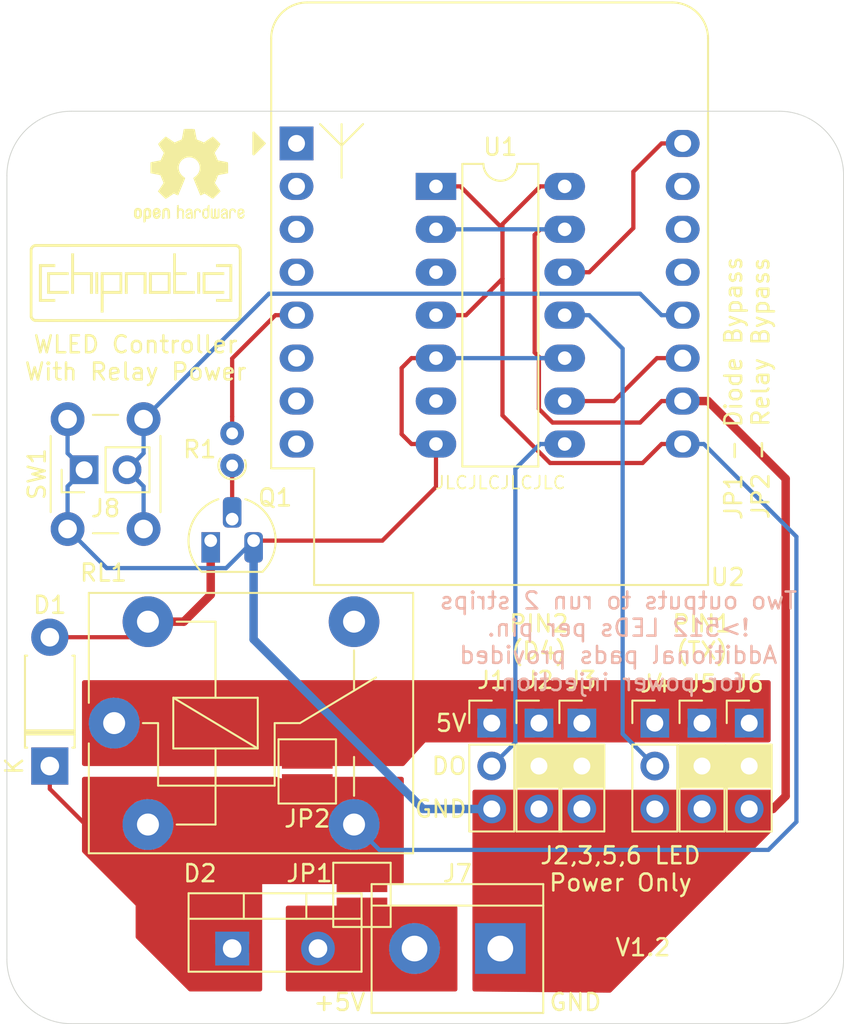
<source format=kicad_pcb>
(kicad_pcb (version 20171130) (host pcbnew 5.1.10-88a1d61d58~90~ubuntu20.04.1)

  (general
    (thickness 1.6)
    (drawings 26)
    (tracks 97)
    (zones 0)
    (modules 24)
    (nets 30)
  )

  (page A4)
  (layers
    (0 F.Cu signal)
    (31 B.Cu signal)
    (32 B.Adhes user hide)
    (33 F.Adhes user hide)
    (34 B.Paste user hide)
    (35 F.Paste user hide)
    (36 B.SilkS user)
    (37 F.SilkS user)
    (38 B.Mask user hide)
    (39 F.Mask user hide)
    (40 Dwgs.User user)
    (41 Cmts.User user)
    (42 Eco1.User user)
    (43 Eco2.User user)
    (44 Edge.Cuts user)
    (45 Margin user)
    (46 B.CrtYd user hide)
    (47 F.CrtYd user hide)
    (48 B.Fab user hide)
    (49 F.Fab user hide)
  )

  (setup
    (last_trace_width 0.5)
    (user_trace_width 0.5)
    (user_trace_width 2)
    (user_trace_width 8)
    (trace_clearance 0.2)
    (zone_clearance 0.254)
    (zone_45_only no)
    (trace_min 0.2)
    (via_size 0.8)
    (via_drill 0.4)
    (via_min_size 0.4)
    (via_min_drill 0.3)
    (uvia_size 0.3)
    (uvia_drill 0.1)
    (uvias_allowed no)
    (uvia_min_size 0.2)
    (uvia_min_drill 0.1)
    (edge_width 0.05)
    (segment_width 0.2)
    (pcb_text_width 0.3)
    (pcb_text_size 1.5 1.5)
    (mod_edge_width 0.12)
    (mod_text_size 1 1)
    (mod_text_width 0.15)
    (pad_size 1.524 1.524)
    (pad_drill 0.762)
    (pad_to_mask_clearance 0.05)
    (aux_axis_origin 0 0)
    (visible_elements 7FFFFF7F)
    (pcbplotparams
      (layerselection 0x010fc_ffffffff)
      (usegerberextensions false)
      (usegerberattributes true)
      (usegerberadvancedattributes true)
      (creategerberjobfile true)
      (excludeedgelayer true)
      (linewidth 0.100000)
      (plotframeref false)
      (viasonmask false)
      (mode 1)
      (useauxorigin false)
      (hpglpennumber 1)
      (hpglpenspeed 20)
      (hpglpendiameter 15.000000)
      (psnegative false)
      (psa4output false)
      (plotreference true)
      (plotvalue true)
      (plotinvisibletext false)
      (padsonsilk false)
      (subtractmaskfromsilk false)
      (outputformat 1)
      (mirror false)
      (drillshape 0)
      (scaleselection 1)
      (outputdirectory "WLED Controller Gerbers/"))
  )

  (net 0 "")
  (net 1 "Net-(D1-Pad2)")
  (net 2 +5V)
  (net 3 "Net-(D2-Pad2)")
  (net 4 GND)
  (net 5 "Net-(J1-Pad2)")
  (net 6 LED5V)
  (net 7 "Net-(J2-Pad2)")
  (net 8 "Net-(J4-Pad2)")
  (net 9 "Net-(J5-Pad2)")
  (net 10 RELAY)
  (net 11 "Net-(U2-Pad15)")
  (net 12 "Net-(U2-Pad14)")
  (net 13 "Net-(U2-Pad13)")
  (net 14 "Net-(U2-Pad8)")
  (net 15 "Net-(U2-Pad7)")
  (net 16 "Net-(U2-Pad6)")
  (net 17 "Net-(U2-Pad4)")
  (net 18 "Net-(U2-Pad3)")
  (net 19 "Net-(U2-Pad1)")
  (net 20 "Net-(U2-Pad2)")
  (net 21 "Net-(Q1-Pad2)")
  (net 22 "Net-(RL1-Pad12)")
  (net 23 "Net-(J3-Pad2)")
  (net 24 "Net-(J6-Pad2)")
  (net 25 "Net-(U1-Pad6)")
  (net 26 "Net-(U1-Pad3)")
  (net 27 LED2OP)
  (net 28 LED1OP)
  (net 29 "Net-(J8-Pad2)")

  (net_class Default "This is the default net class."
    (clearance 0.2)
    (trace_width 0.25)
    (via_dia 0.8)
    (via_drill 0.4)
    (uvia_dia 0.3)
    (uvia_drill 0.1)
    (add_net +5V)
    (add_net GND)
    (add_net LED1OP)
    (add_net LED2OP)
    (add_net LED5V)
    (add_net "Net-(D1-Pad2)")
    (add_net "Net-(D2-Pad2)")
    (add_net "Net-(J1-Pad2)")
    (add_net "Net-(J2-Pad2)")
    (add_net "Net-(J3-Pad2)")
    (add_net "Net-(J4-Pad2)")
    (add_net "Net-(J5-Pad2)")
    (add_net "Net-(J6-Pad2)")
    (add_net "Net-(J8-Pad2)")
    (add_net "Net-(Q1-Pad2)")
    (add_net "Net-(RL1-Pad12)")
    (add_net "Net-(U1-Pad3)")
    (add_net "Net-(U1-Pad6)")
    (add_net "Net-(U2-Pad1)")
    (add_net "Net-(U2-Pad13)")
    (add_net "Net-(U2-Pad14)")
    (add_net "Net-(U2-Pad15)")
    (add_net "Net-(U2-Pad2)")
    (add_net "Net-(U2-Pad3)")
    (add_net "Net-(U2-Pad4)")
    (add_net "Net-(U2-Pad6)")
    (add_net "Net-(U2-Pad7)")
    (add_net "Net-(U2-Pad8)")
    (add_net RELAY)
  )

  (module JumpersLarge:SolderJumper-2_P3mm (layer F.Cu) (tedit 6136234E) (tstamp 6136A0CE)
    (at 117.5385 111.76)
    (path /61366C1D)
    (fp_text reference JP1 (at -3.1115 -1.27) (layer F.SilkS)
      (effects (font (size 1 1) (thickness 0.15)))
    )
    (fp_text value SolderJumper_2_Open (at 0 -2.794) (layer F.Fab)
      (effects (font (size 1 1) (thickness 0.15)))
    )
    (fp_line (start -1.7 -1.9) (end -1.7 1.9) (layer F.SilkS) (width 0.12))
    (fp_line (start -1.7 1.9) (end 1.7 1.9) (layer F.SilkS) (width 0.12))
    (fp_line (start 1.7 1.9) (end 1.7 -1.9) (layer F.SilkS) (width 0.12))
    (fp_line (start 1.7 -1.9) (end -1.7 -1.9) (layer F.SilkS) (width 0.12))
    (pad 2 smd rect (at 0 -0.925) (size 3 1.524) (layers F.Cu F.Paste F.Mask)
      (net 2 +5V))
    (pad 1 smd rect (at 0 0.925) (size 3 1.524) (layers F.Cu F.Paste F.Mask)
      (net 3 "Net-(D2-Pad2)"))
  )

  (module JumpersLarge:SolderJumper-2_P3mm (layer F.Cu) (tedit 6136234E) (tstamp 611AF418)
    (at 114.3 104.4575)
    (path /611B6B9B)
    (fp_text reference JP2 (at 0 2.8) (layer F.SilkS)
      (effects (font (size 1 1) (thickness 0.15)))
    )
    (fp_text value SolderJumper_2_Open (at 0 -2.794) (layer F.Fab)
      (effects (font (size 1 1) (thickness 0.15)))
    )
    (fp_line (start -1.7 -1.9) (end -1.7 1.9) (layer F.SilkS) (width 0.12))
    (fp_line (start -1.7 1.9) (end 1.7 1.9) (layer F.SilkS) (width 0.12))
    (fp_line (start 1.7 1.9) (end 1.7 -1.9) (layer F.SilkS) (width 0.12))
    (fp_line (start 1.7 -1.9) (end -1.7 -1.9) (layer F.SilkS) (width 0.12))
    (pad 2 smd rect (at 0 -0.925) (size 3 1.524) (layers F.Cu F.Paste F.Mask)
      (net 6 LED5V))
    (pad 1 smd rect (at 0 0.925) (size 3 1.524) (layers F.Cu F.Paste F.Mask)
      (net 2 +5V))
  )

  (module Module:WEMOS_D1_mini_light (layer F.Cu) (tedit 5BBFB1CE) (tstamp 6072D707)
    (at 113.665 67.31)
    (descr "16-pin module, column spacing 22.86 mm (900 mils), https://wiki.wemos.cc/products:d1:d1_mini, https://c1.staticflickr.com/1/734/31400410271_f278b087db_z.jpg")
    (tags "ESP8266 WiFi microcontroller")
    (path /60561C92)
    (fp_text reference U2 (at 25.527 25.654) (layer F.SilkS)
      (effects (font (size 1 1) (thickness 0.15)))
    )
    (fp_text value WeMos_D1_mini (at 11.7 0) (layer F.Fab)
      (effects (font (size 1 1) (thickness 0.15)))
    )
    (fp_line (start 1.04 19.22) (end 1.04 26.12) (layer F.SilkS) (width 0.12))
    (fp_line (start -1.5 19.22) (end 1.04 19.22) (layer F.SilkS) (width 0.12))
    (fp_line (start -0.37 0) (end -1.37 -1) (layer F.Fab) (width 0.1))
    (fp_line (start -1.37 1) (end -0.37 0) (layer F.Fab) (width 0.1))
    (fp_line (start -1.37 -6.21) (end -1.37 -1) (layer F.Fab) (width 0.1))
    (fp_line (start 1.17 19.09) (end 1.17 25.99) (layer F.Fab) (width 0.1))
    (fp_line (start -1.37 19.09) (end 1.17 19.09) (layer F.Fab) (width 0.1))
    (fp_line (start -1.35 -7.4) (end -0.55 -8.2) (layer Dwgs.User) (width 0.1))
    (fp_line (start -1.3 -5.45) (end 1.45 -8.2) (layer Dwgs.User) (width 0.1))
    (fp_line (start -1.35 -3.4) (end 3.45 -8.2) (layer Dwgs.User) (width 0.1))
    (fp_line (start 22.65 -1.4) (end 24.25 -3) (layer Dwgs.User) (width 0.1))
    (fp_line (start 20.65 -1.4) (end 24.25 -5) (layer Dwgs.User) (width 0.1))
    (fp_line (start 18.65 -1.4) (end 24.25 -7) (layer Dwgs.User) (width 0.1))
    (fp_line (start 16.65 -1.4) (end 23.45 -8.2) (layer Dwgs.User) (width 0.1))
    (fp_line (start 14.65 -1.4) (end 21.45 -8.2) (layer Dwgs.User) (width 0.1))
    (fp_line (start 12.65 -1.4) (end 19.45 -8.2) (layer Dwgs.User) (width 0.1))
    (fp_line (start 10.65 -1.4) (end 17.45 -8.2) (layer Dwgs.User) (width 0.1))
    (fp_line (start 8.65 -1.4) (end 15.45 -8.2) (layer Dwgs.User) (width 0.1))
    (fp_line (start 6.65 -1.4) (end 13.45 -8.2) (layer Dwgs.User) (width 0.1))
    (fp_line (start 4.65 -1.4) (end 11.45 -8.2) (layer Dwgs.User) (width 0.1))
    (fp_line (start 2.65 -1.4) (end 9.45 -8.2) (layer Dwgs.User) (width 0.1))
    (fp_line (start 0.65 -1.4) (end 7.45 -8.2) (layer Dwgs.User) (width 0.1))
    (fp_line (start -1.35 -1.4) (end 5.45 -8.2) (layer Dwgs.User) (width 0.1))
    (fp_line (start -1.35 -8.2) (end -1.35 -1.4) (layer Dwgs.User) (width 0.1))
    (fp_line (start 24.25 -8.2) (end -1.35 -8.2) (layer Dwgs.User) (width 0.1))
    (fp_line (start 24.25 -1.4) (end 24.25 -8.2) (layer Dwgs.User) (width 0.1))
    (fp_line (start -1.35 -1.4) (end 24.25 -1.4) (layer Dwgs.User) (width 0.1))
    (fp_poly (pts (xy -2.54 -0.635) (xy -2.54 0.635) (xy -1.905 0)) (layer F.SilkS) (width 0.15))
    (fp_line (start -1.62 26.24) (end -1.62 -8.46) (layer F.CrtYd) (width 0.05))
    (fp_line (start 24.48 26.24) (end -1.62 26.24) (layer F.CrtYd) (width 0.05))
    (fp_line (start 24.48 -8.41) (end 24.48 26.24) (layer F.CrtYd) (width 0.05))
    (fp_line (start -1.62 -8.46) (end 24.48 -8.46) (layer F.CrtYd) (width 0.05))
    (fp_line (start -1.37 1) (end -1.37 19.09) (layer F.Fab) (width 0.1))
    (fp_line (start 22.23 -8.21) (end 0.63 -8.21) (layer F.Fab) (width 0.1))
    (fp_line (start 24.23 25.99) (end 24.23 -6.21) (layer F.Fab) (width 0.1))
    (fp_line (start 1.17 25.99) (end 24.23 25.99) (layer F.Fab) (width 0.1))
    (fp_line (start 22.24 -8.34) (end 0.63 -8.34) (layer F.SilkS) (width 0.12))
    (fp_line (start 24.36 26.12) (end 24.36 -6.21) (layer F.SilkS) (width 0.12))
    (fp_line (start -1.5 19.22) (end -1.5 -6.21) (layer F.SilkS) (width 0.12))
    (fp_line (start 1.04 26.12) (end 24.36 26.12) (layer F.SilkS) (width 0.12))
    (fp_text user "No copper" (at 11.43 -3.81) (layer Cmts.User)
      (effects (font (size 1 1) (thickness 0.15)))
    )
    (fp_text user "KEEP OUT" (at 11.43 -6.35) (layer Cmts.User)
      (effects (font (size 1 1) (thickness 0.15)))
    )
    (fp_arc (start 22.23 -6.21) (end 24.36 -6.21) (angle -90) (layer F.SilkS) (width 0.12))
    (fp_arc (start 0.63 -6.21) (end 0.63 -8.34) (angle -90) (layer F.SilkS) (width 0.12))
    (fp_arc (start 22.23 -6.21) (end 24.23 -6.19) (angle -90) (layer F.Fab) (width 0.1))
    (fp_arc (start 0.63 -6.21) (end 0.63 -8.21) (angle -90) (layer F.Fab) (width 0.1))
    (fp_text user %R (at 11.43 10) (layer F.Fab)
      (effects (font (size 1 1) (thickness 0.15)))
    )
    (pad 16 thru_hole oval (at 22.86 0) (size 2 1.6) (drill 1) (layers *.Cu *.Mask)
      (net 27 LED2OP))
    (pad 15 thru_hole oval (at 22.86 2.54) (size 2 1.6) (drill 1) (layers *.Cu *.Mask)
      (net 11 "Net-(U2-Pad15)"))
    (pad 14 thru_hole oval (at 22.86 5.08) (size 2 1.6) (drill 1) (layers *.Cu *.Mask)
      (net 12 "Net-(U2-Pad14)"))
    (pad 13 thru_hole oval (at 22.86 7.62) (size 2 1.6) (drill 1) (layers *.Cu *.Mask)
      (net 13 "Net-(U2-Pad13)"))
    (pad 12 thru_hole oval (at 22.86 10.16) (size 2 1.6) (drill 1) (layers *.Cu *.Mask)
      (net 29 "Net-(J8-Pad2)"))
    (pad 11 thru_hole oval (at 22.86 12.7) (size 2 1.6) (drill 1) (layers *.Cu *.Mask)
      (net 28 LED1OP))
    (pad 10 thru_hole oval (at 22.86 15.24) (size 2 1.6) (drill 1) (layers *.Cu *.Mask)
      (net 4 GND))
    (pad 9 thru_hole oval (at 22.86 17.78) (size 2 1.6) (drill 1) (layers *.Cu *.Mask)
      (net 2 +5V))
    (pad 8 thru_hole oval (at 0 17.78) (size 2 1.6) (drill 1) (layers *.Cu *.Mask)
      (net 14 "Net-(U2-Pad8)"))
    (pad 7 thru_hole oval (at 0 15.24) (size 2 1.6) (drill 1) (layers *.Cu *.Mask)
      (net 15 "Net-(U2-Pad7)"))
    (pad 6 thru_hole oval (at 0 12.7) (size 2 1.6) (drill 1) (layers *.Cu *.Mask)
      (net 16 "Net-(U2-Pad6)"))
    (pad 5 thru_hole oval (at 0 10.16) (size 2 1.6) (drill 1) (layers *.Cu *.Mask)
      (net 10 RELAY))
    (pad 4 thru_hole oval (at 0 7.62) (size 2 1.6) (drill 1) (layers *.Cu *.Mask)
      (net 17 "Net-(U2-Pad4)"))
    (pad 3 thru_hole oval (at 0 5.08) (size 2 1.6) (drill 1) (layers *.Cu *.Mask)
      (net 18 "Net-(U2-Pad3)"))
    (pad 1 thru_hole rect (at 0 0) (size 2 2) (drill 1) (layers *.Cu *.Mask)
      (net 19 "Net-(U2-Pad1)"))
    (pad 2 thru_hole oval (at 0 2.54) (size 2 1.6) (drill 1) (layers *.Cu *.Mask)
      (net 20 "Net-(U2-Pad2)"))
    (model ${KISYS3DMOD}/Module.3dshapes/WEMOS_D1_mini_light.wrl
      (at (xyz 0 0 0))
      (scale (xyz 1 1 1))
      (rotate (xyz 0 0 0))
    )
    (model ${KISYS3DMOD}/Connector_PinHeader_2.54mm.3dshapes/PinHeader_1x08_P2.54mm_Vertical.wrl
      (offset (xyz 0 0 9.5))
      (scale (xyz 1 1 1))
      (rotate (xyz 0 -180 0))
    )
    (model ${KISYS3DMOD}/Connector_PinHeader_2.54mm.3dshapes/PinHeader_1x08_P2.54mm_Vertical.wrl
      (offset (xyz 22.86 0 9.5))
      (scale (xyz 1 1 1))
      (rotate (xyz 0 -180 0))
    )
    (model ${KISYS3DMOD}/Connector_PinSocket_2.54mm.3dshapes/PinSocket_1x08_P2.54mm_Vertical.wrl
      (at (xyz 0 0 0))
      (scale (xyz 1 1 1))
      (rotate (xyz 0 0 0))
    )
    (model ${KISYS3DMOD}/Connector_PinSocket_2.54mm.3dshapes/PinSocket_1x08_P2.54mm_Vertical.wrl
      (offset (xyz 22.86 0 0))
      (scale (xyz 1 1 1))
      (rotate (xyz 0 0 0))
    )
  )

  (module Relay_THT:Relay_SPDT_Finder_36.11 (layer F.Cu) (tedit 5D3F5A07) (tstamp 60562F03)
    (at 102.87 101.6)
    (descr "FINDER 36.11, SPDT relay, 10A, https://gfinder.findernet.com/public/attachments/36/EN/S36EN.pdf")
    (tags "spdt relay")
    (path /60592187)
    (fp_text reference RL1 (at -0.635 -8.89) (layer F.SilkS)
      (effects (font (size 1 1) (thickness 0.15)))
    )
    (fp_text value "Omron G5LE-1-DC5" (at 8 -9.6) (layer F.Fab)
      (effects (font (size 1 1) (thickness 0.15)))
    )
    (fp_line (start 8.5 1.5) (end 3.5 1.5) (layer F.SilkS) (width 0.12))
    (fp_line (start 8.5 -1.5) (end 8.5 1.5) (layer F.SilkS) (width 0.12))
    (fp_line (start 3.5 -1.5) (end 8.5 -1.5) (layer F.SilkS) (width 0.12))
    (fp_line (start 3.5 1.5) (end 3.5 -1.5) (layer F.SilkS) (width 0.12))
    (fp_line (start 8.5 1.5) (end 3.5 -1.5) (layer F.SilkS) (width 0.12))
    (fp_line (start 6 1.5) (end 6 6) (layer F.SilkS) (width 0.12))
    (fp_line (start 6 -6) (end 6 -1.5) (layer F.SilkS) (width 0.12))
    (fp_line (start 2.6 0) (end 2.6 3.7) (layer F.SilkS) (width 0.12))
    (fp_line (start 9.5 0) (end 9.5 3.7) (layer F.SilkS) (width 0.12))
    (fp_line (start 9.5 3.7) (end 2.6 3.7) (layer F.SilkS) (width 0.12))
    (fp_line (start 11 0) (end 15.5 -2.7) (layer F.SilkS) (width 0.12))
    (fp_line (start 9.5 0) (end 11 0) (layer F.SilkS) (width 0.12))
    (fp_line (start 6 -6) (end 3.7 -6) (layer F.SilkS) (width 0.12))
    (fp_line (start 2.6 0) (end 1.7 0) (layer F.SilkS) (width 0.12))
    (fp_line (start 3.7 6) (end 6 6) (layer F.SilkS) (width 0.12))
    (fp_line (start 14.2 -4.3) (end 14.2 -2) (layer F.SilkS) (width 0.12))
    (fp_line (start 14.2 4.3) (end 14.2 2) (layer F.SilkS) (width 0.12))
    (fp_line (start -1.75 7.85) (end 17.85 7.85) (layer F.CrtYd) (width 0.05))
    (fp_line (start 17.85 -7.85) (end 17.85 7.85) (layer F.CrtYd) (width 0.05))
    (fp_line (start -1.75 7.85) (end -1.75 -7.85) (layer F.CrtYd) (width 0.05))
    (fp_line (start 17.85 -7.85) (end -1.75 -7.85) (layer F.CrtYd) (width 0.05))
    (fp_line (start -1.4 7.6) (end -1.4 -7.6) (layer F.Fab) (width 0.1))
    (fp_line (start 17.6 7.6) (end -1.4 7.6) (layer F.Fab) (width 0.1))
    (fp_line (start 17.6 -7.6) (end 17.6 7.6) (layer F.Fab) (width 0.1))
    (fp_line (start -1.4 -7.6) (end 17.6 -7.6) (layer F.Fab) (width 0.1))
    (fp_line (start 17.7 7.7) (end -1.5 7.7) (layer F.SilkS) (width 0.12))
    (fp_line (start 17.7 -7.7) (end 17.7 7.7) (layer F.SilkS) (width 0.12))
    (fp_line (start -1.5 -7.7) (end 17.7 -7.7) (layer F.SilkS) (width 0.12))
    (fp_line (start -1.5 -7.7) (end -1.5 -1.2) (layer F.SilkS) (width 0.12))
    (fp_line (start -1.5 1.2) (end -1.5 7.7) (layer F.SilkS) (width 0.12))
    (fp_text user %R (at 7.1 0.025) (layer F.Fab)
      (effects (font (size 1 1) (thickness 0.15)))
    )
    (pad 11 thru_hole circle (at 0 0) (size 3 3) (drill 1.3) (layers *.Cu *.Mask)
      (net 6 LED5V))
    (pad A2 thru_hole circle (at 2 -6) (size 3 3) (drill 1.3) (layers *.Cu *.Mask)
      (net 1 "Net-(D1-Pad2)"))
    (pad 12 thru_hole circle (at 14.2 -6) (size 3 3) (drill 1.3) (layers *.Cu *.Mask)
      (net 22 "Net-(RL1-Pad12)"))
    (pad 14 thru_hole circle (at 14.2 6) (size 3 3) (drill 1.3) (layers *.Cu *.Mask)
      (net 2 +5V))
    (pad A1 thru_hole circle (at 2 6) (size 3 3) (drill 1.3) (layers *.Cu *.Mask)
      (net 2 +5V))
    (model ${KISYS3DMOD}/Relay_THT.3dshapes/Relay_SPDT_Finder_36.11.wrl
      (at (xyz 0 0 0))
      (scale (xyz 1 1 1))
      (rotate (xyz 0 0 0))
    )
  )

  (module Connector_PinHeader_2.54mm:PinHeader_1x02_P2.54mm_Vertical (layer F.Cu) (tedit 59FED5CC) (tstamp 611ACDAB)
    (at 101.092 86.614 90)
    (descr "Through hole straight pin header, 1x02, 2.54mm pitch, single row")
    (tags "Through hole pin header THT 1x02 2.54mm single row")
    (path /61231F56)
    (fp_text reference J8 (at -2.286 1.27 180) (layer F.SilkS)
      (effects (font (size 1 1) (thickness 0.15)))
    )
    (fp_text value Conn_01x02 (at 0 4.87 90) (layer F.Fab)
      (effects (font (size 1 1) (thickness 0.15)))
    )
    (fp_line (start -0.635 -1.27) (end 1.27 -1.27) (layer F.Fab) (width 0.1))
    (fp_line (start 1.27 -1.27) (end 1.27 3.81) (layer F.Fab) (width 0.1))
    (fp_line (start 1.27 3.81) (end -1.27 3.81) (layer F.Fab) (width 0.1))
    (fp_line (start -1.27 3.81) (end -1.27 -0.635) (layer F.Fab) (width 0.1))
    (fp_line (start -1.27 -0.635) (end -0.635 -1.27) (layer F.Fab) (width 0.1))
    (fp_line (start -1.33 3.87) (end 1.33 3.87) (layer F.SilkS) (width 0.12))
    (fp_line (start -1.33 1.27) (end -1.33 3.87) (layer F.SilkS) (width 0.12))
    (fp_line (start 1.33 1.27) (end 1.33 3.87) (layer F.SilkS) (width 0.12))
    (fp_line (start -1.33 1.27) (end 1.33 1.27) (layer F.SilkS) (width 0.12))
    (fp_line (start -1.33 0) (end -1.33 -1.33) (layer F.SilkS) (width 0.12))
    (fp_line (start -1.33 -1.33) (end 0 -1.33) (layer F.SilkS) (width 0.12))
    (fp_line (start -1.8 -1.8) (end -1.8 4.35) (layer F.CrtYd) (width 0.05))
    (fp_line (start -1.8 4.35) (end 1.8 4.35) (layer F.CrtYd) (width 0.05))
    (fp_line (start 1.8 4.35) (end 1.8 -1.8) (layer F.CrtYd) (width 0.05))
    (fp_line (start 1.8 -1.8) (end -1.8 -1.8) (layer F.CrtYd) (width 0.05))
    (fp_text user %R (at 0 1.27) (layer F.Fab)
      (effects (font (size 1 1) (thickness 0.15)))
    )
    (pad 2 thru_hole oval (at 0 2.54 90) (size 1.7 1.7) (drill 1) (layers *.Cu *.Mask)
      (net 29 "Net-(J8-Pad2)"))
    (pad 1 thru_hole rect (at 0 0 90) (size 1.7 1.7) (drill 1) (layers *.Cu *.Mask)
      (net 4 GND))
    (model ${KISYS3DMOD}/Connector_PinHeader_2.54mm.3dshapes/PinHeader_1x02_P2.54mm_Vertical.wrl
      (at (xyz 0 0 0))
      (scale (xyz 1 1 1))
      (rotate (xyz 0 0 0))
    )
  )

  (module Connector_PinHeader_2.54mm:PinHeader_1x03_P2.54mm_Vertical (layer F.Cu) (tedit 59FED5CC) (tstamp 611ABB04)
    (at 140.462 101.6)
    (descr "Through hole straight pin header, 1x03, 2.54mm pitch, single row")
    (tags "Through hole pin header THT 1x03 2.54mm single row")
    (path /61211B34)
    (fp_text reference J6 (at 0 -2.33) (layer F.SilkS)
      (effects (font (size 1 1) (thickness 0.15)))
    )
    (fp_text value Conn_01x03 (at 0 7.41) (layer F.Fab)
      (effects (font (size 1 1) (thickness 0.15)))
    )
    (fp_line (start -0.635 -1.27) (end 1.27 -1.27) (layer F.Fab) (width 0.1))
    (fp_line (start 1.27 -1.27) (end 1.27 6.35) (layer F.Fab) (width 0.1))
    (fp_line (start 1.27 6.35) (end -1.27 6.35) (layer F.Fab) (width 0.1))
    (fp_line (start -1.27 6.35) (end -1.27 -0.635) (layer F.Fab) (width 0.1))
    (fp_line (start -1.27 -0.635) (end -0.635 -1.27) (layer F.Fab) (width 0.1))
    (fp_line (start -1.33 6.41) (end 1.33 6.41) (layer F.SilkS) (width 0.12))
    (fp_line (start -1.33 1.27) (end -1.33 6.41) (layer F.SilkS) (width 0.12))
    (fp_line (start 1.33 1.27) (end 1.33 6.41) (layer F.SilkS) (width 0.12))
    (fp_line (start -1.33 1.27) (end 1.33 1.27) (layer F.SilkS) (width 0.12))
    (fp_line (start -1.33 0) (end -1.33 -1.33) (layer F.SilkS) (width 0.12))
    (fp_line (start -1.33 -1.33) (end 0 -1.33) (layer F.SilkS) (width 0.12))
    (fp_line (start -1.8 -1.8) (end -1.8 6.85) (layer F.CrtYd) (width 0.05))
    (fp_line (start -1.8 6.85) (end 1.8 6.85) (layer F.CrtYd) (width 0.05))
    (fp_line (start 1.8 6.85) (end 1.8 -1.8) (layer F.CrtYd) (width 0.05))
    (fp_line (start 1.8 -1.8) (end -1.8 -1.8) (layer F.CrtYd) (width 0.05))
    (fp_text user %R (at 0 2.54 90) (layer F.Fab)
      (effects (font (size 1 1) (thickness 0.15)))
    )
    (pad 3 thru_hole oval (at 0 5.08) (size 1.7 1.7) (drill 1) (layers *.Cu *.Mask)
      (net 4 GND))
    (pad 2 thru_hole oval (at 0 2.54) (size 1.7 1.7) (drill 1) (layers *.Cu *.Mask)
      (net 24 "Net-(J6-Pad2)"))
    (pad 1 thru_hole rect (at 0 0) (size 1.7 1.7) (drill 1) (layers *.Cu *.Mask)
      (net 6 LED5V))
    (model ${KISYS3DMOD}/Connector_PinHeader_2.54mm.3dshapes/PinHeader_1x03_P2.54mm_Vertical.wrl
      (at (xyz 0 0 0))
      (scale (xyz 1 1 1))
      (rotate (xyz 0 0 0))
    )
  )

  (module Connector_PinHeader_2.54mm:PinHeader_1x03_P2.54mm_Vertical (layer F.Cu) (tedit 59FED5CC) (tstamp 611ABAED)
    (at 137.668 101.6)
    (descr "Through hole straight pin header, 1x03, 2.54mm pitch, single row")
    (tags "Through hole pin header THT 1x03 2.54mm single row")
    (path /61211B27)
    (fp_text reference J5 (at 0 -2.33) (layer F.SilkS)
      (effects (font (size 1 1) (thickness 0.15)))
    )
    (fp_text value Conn_01x03 (at 0 7.41) (layer F.Fab)
      (effects (font (size 1 1) (thickness 0.15)))
    )
    (fp_line (start -0.635 -1.27) (end 1.27 -1.27) (layer F.Fab) (width 0.1))
    (fp_line (start 1.27 -1.27) (end 1.27 6.35) (layer F.Fab) (width 0.1))
    (fp_line (start 1.27 6.35) (end -1.27 6.35) (layer F.Fab) (width 0.1))
    (fp_line (start -1.27 6.35) (end -1.27 -0.635) (layer F.Fab) (width 0.1))
    (fp_line (start -1.27 -0.635) (end -0.635 -1.27) (layer F.Fab) (width 0.1))
    (fp_line (start -1.33 6.41) (end 1.33 6.41) (layer F.SilkS) (width 0.12))
    (fp_line (start -1.33 1.27) (end -1.33 6.41) (layer F.SilkS) (width 0.12))
    (fp_line (start 1.33 1.27) (end 1.33 6.41) (layer F.SilkS) (width 0.12))
    (fp_line (start -1.33 1.27) (end 1.33 1.27) (layer F.SilkS) (width 0.12))
    (fp_line (start -1.33 0) (end -1.33 -1.33) (layer F.SilkS) (width 0.12))
    (fp_line (start -1.33 -1.33) (end 0 -1.33) (layer F.SilkS) (width 0.12))
    (fp_line (start -1.8 -1.8) (end -1.8 6.85) (layer F.CrtYd) (width 0.05))
    (fp_line (start -1.8 6.85) (end 1.8 6.85) (layer F.CrtYd) (width 0.05))
    (fp_line (start 1.8 6.85) (end 1.8 -1.8) (layer F.CrtYd) (width 0.05))
    (fp_line (start 1.8 -1.8) (end -1.8 -1.8) (layer F.CrtYd) (width 0.05))
    (fp_text user %R (at 0 2.54 90) (layer F.Fab)
      (effects (font (size 1 1) (thickness 0.15)))
    )
    (pad 3 thru_hole oval (at 0 5.08) (size 1.7 1.7) (drill 1) (layers *.Cu *.Mask)
      (net 4 GND))
    (pad 2 thru_hole oval (at 0 2.54) (size 1.7 1.7) (drill 1) (layers *.Cu *.Mask)
      (net 9 "Net-(J5-Pad2)"))
    (pad 1 thru_hole rect (at 0 0) (size 1.7 1.7) (drill 1) (layers *.Cu *.Mask)
      (net 6 LED5V))
    (model ${KISYS3DMOD}/Connector_PinHeader_2.54mm.3dshapes/PinHeader_1x03_P2.54mm_Vertical.wrl
      (at (xyz 0 0 0))
      (scale (xyz 1 1 1))
      (rotate (xyz 0 0 0))
    )
  )

  (module Connector_PinHeader_2.54mm:PinHeader_1x03_P2.54mm_Vertical (layer F.Cu) (tedit 59FED5CC) (tstamp 611ABAD6)
    (at 134.874 101.6)
    (descr "Through hole straight pin header, 1x03, 2.54mm pitch, single row")
    (tags "Through hole pin header THT 1x03 2.54mm single row")
    (path /61211B21)
    (fp_text reference J4 (at 0 -2.33) (layer F.SilkS)
      (effects (font (size 1 1) (thickness 0.15)))
    )
    (fp_text value Conn_01x03 (at 0 7.41) (layer F.Fab)
      (effects (font (size 1 1) (thickness 0.15)))
    )
    (fp_line (start -0.635 -1.27) (end 1.27 -1.27) (layer F.Fab) (width 0.1))
    (fp_line (start 1.27 -1.27) (end 1.27 6.35) (layer F.Fab) (width 0.1))
    (fp_line (start 1.27 6.35) (end -1.27 6.35) (layer F.Fab) (width 0.1))
    (fp_line (start -1.27 6.35) (end -1.27 -0.635) (layer F.Fab) (width 0.1))
    (fp_line (start -1.27 -0.635) (end -0.635 -1.27) (layer F.Fab) (width 0.1))
    (fp_line (start -1.33 6.41) (end 1.33 6.41) (layer F.SilkS) (width 0.12))
    (fp_line (start -1.33 1.27) (end -1.33 6.41) (layer F.SilkS) (width 0.12))
    (fp_line (start 1.33 1.27) (end 1.33 6.41) (layer F.SilkS) (width 0.12))
    (fp_line (start -1.33 1.27) (end 1.33 1.27) (layer F.SilkS) (width 0.12))
    (fp_line (start -1.33 0) (end -1.33 -1.33) (layer F.SilkS) (width 0.12))
    (fp_line (start -1.33 -1.33) (end 0 -1.33) (layer F.SilkS) (width 0.12))
    (fp_line (start -1.8 -1.8) (end -1.8 6.85) (layer F.CrtYd) (width 0.05))
    (fp_line (start -1.8 6.85) (end 1.8 6.85) (layer F.CrtYd) (width 0.05))
    (fp_line (start 1.8 6.85) (end 1.8 -1.8) (layer F.CrtYd) (width 0.05))
    (fp_line (start 1.8 -1.8) (end -1.8 -1.8) (layer F.CrtYd) (width 0.05))
    (fp_text user %R (at 0 2.54 90) (layer F.Fab)
      (effects (font (size 1 1) (thickness 0.15)))
    )
    (pad 3 thru_hole oval (at 0 5.08) (size 1.7 1.7) (drill 1) (layers *.Cu *.Mask)
      (net 4 GND))
    (pad 2 thru_hole oval (at 0 2.54) (size 1.7 1.7) (drill 1) (layers *.Cu *.Mask)
      (net 8 "Net-(J4-Pad2)"))
    (pad 1 thru_hole rect (at 0 0) (size 1.7 1.7) (drill 1) (layers *.Cu *.Mask)
      (net 6 LED5V))
    (model ${KISYS3DMOD}/Connector_PinHeader_2.54mm.3dshapes/PinHeader_1x03_P2.54mm_Vertical.wrl
      (at (xyz 0 0 0))
      (scale (xyz 1 1 1))
      (rotate (xyz 0 0 0))
    )
  )

  (module Package_DIP:DIP-14_W7.62mm_LongPads (layer F.Cu) (tedit 5A02E8C5) (tstamp 611AB3AC)
    (at 121.92 69.85)
    (descr "14-lead though-hole mounted DIP package, row spacing 7.62 mm (300 mils), LongPads")
    (tags "THT DIP DIL PDIP 2.54mm 7.62mm 300mil LongPads")
    (path /605695F4)
    (fp_text reference U1 (at 3.81 -2.33) (layer F.SilkS)
      (effects (font (size 1 1) (thickness 0.15)))
    )
    (fp_text value 74125 (at 3.81 17.57) (layer F.Fab)
      (effects (font (size 1 1) (thickness 0.15)))
    )
    (fp_line (start 9.1 -1.55) (end -1.45 -1.55) (layer F.CrtYd) (width 0.05))
    (fp_line (start 9.1 16.8) (end 9.1 -1.55) (layer F.CrtYd) (width 0.05))
    (fp_line (start -1.45 16.8) (end 9.1 16.8) (layer F.CrtYd) (width 0.05))
    (fp_line (start -1.45 -1.55) (end -1.45 16.8) (layer F.CrtYd) (width 0.05))
    (fp_line (start 6.06 -1.33) (end 4.81 -1.33) (layer F.SilkS) (width 0.12))
    (fp_line (start 6.06 16.57) (end 6.06 -1.33) (layer F.SilkS) (width 0.12))
    (fp_line (start 1.56 16.57) (end 6.06 16.57) (layer F.SilkS) (width 0.12))
    (fp_line (start 1.56 -1.33) (end 1.56 16.57) (layer F.SilkS) (width 0.12))
    (fp_line (start 2.81 -1.33) (end 1.56 -1.33) (layer F.SilkS) (width 0.12))
    (fp_line (start 0.635 -0.27) (end 1.635 -1.27) (layer F.Fab) (width 0.1))
    (fp_line (start 0.635 16.51) (end 0.635 -0.27) (layer F.Fab) (width 0.1))
    (fp_line (start 6.985 16.51) (end 0.635 16.51) (layer F.Fab) (width 0.1))
    (fp_line (start 6.985 -1.27) (end 6.985 16.51) (layer F.Fab) (width 0.1))
    (fp_line (start 1.635 -1.27) (end 6.985 -1.27) (layer F.Fab) (width 0.1))
    (fp_text user %R (at 3.81 7.62) (layer F.Fab)
      (effects (font (size 1 1) (thickness 0.15)))
    )
    (fp_arc (start 3.81 -1.33) (end 2.81 -1.33) (angle -180) (layer F.SilkS) (width 0.12))
    (pad 14 thru_hole oval (at 7.62 0) (size 2.4 1.6) (drill 0.8) (layers *.Cu *.Mask)
      (net 2 +5V))
    (pad 7 thru_hole oval (at 0 15.24) (size 2.4 1.6) (drill 0.8) (layers *.Cu *.Mask)
      (net 4 GND))
    (pad 13 thru_hole oval (at 7.62 2.54) (size 2.4 1.6) (drill 0.8) (layers *.Cu *.Mask)
      (net 4 GND))
    (pad 6 thru_hole oval (at 0 12.7) (size 2.4 1.6) (drill 0.8) (layers *.Cu *.Mask)
      (net 25 "Net-(U1-Pad6)"))
    (pad 12 thru_hole oval (at 7.62 5.08) (size 2.4 1.6) (drill 0.8) (layers *.Cu *.Mask)
      (net 27 LED2OP))
    (pad 5 thru_hole oval (at 0 10.16) (size 2.4 1.6) (drill 0.8) (layers *.Cu *.Mask)
      (net 4 GND))
    (pad 11 thru_hole oval (at 7.62 7.62) (size 2.4 1.6) (drill 0.8) (layers *.Cu *.Mask)
      (net 8 "Net-(J4-Pad2)"))
    (pad 4 thru_hole oval (at 0 7.62) (size 2.4 1.6) (drill 0.8) (layers *.Cu *.Mask)
      (net 2 +5V))
    (pad 10 thru_hole oval (at 7.62 10.16) (size 2.4 1.6) (drill 0.8) (layers *.Cu *.Mask)
      (net 4 GND))
    (pad 3 thru_hole oval (at 0 5.08) (size 2.4 1.6) (drill 0.8) (layers *.Cu *.Mask)
      (net 26 "Net-(U1-Pad3)"))
    (pad 9 thru_hole oval (at 7.62 12.7) (size 2.4 1.6) (drill 0.8) (layers *.Cu *.Mask)
      (net 28 LED1OP))
    (pad 2 thru_hole oval (at 0 2.54) (size 2.4 1.6) (drill 0.8) (layers *.Cu *.Mask)
      (net 4 GND))
    (pad 8 thru_hole oval (at 7.62 15.24) (size 2.4 1.6) (drill 0.8) (layers *.Cu *.Mask)
      (net 5 "Net-(J1-Pad2)"))
    (pad 1 thru_hole rect (at 0 0) (size 2.4 1.6) (drill 0.8) (layers *.Cu *.Mask)
      (net 2 +5V))
    (model ${KISYS3DMOD}/Package_DIP.3dshapes/DIP-14_W7.62mm.wrl
      (at (xyz 0 0 0))
      (scale (xyz 1 1 1))
      (rotate (xyz 0 0 0))
    )
  )

  (module Connector_PinHeader_2.54mm:PinHeader_1x03_P2.54mm_Vertical (layer F.Cu) (tedit 59FED5CC) (tstamp 6072DD5E)
    (at 128.016 101.6)
    (descr "Through hole straight pin header, 1x03, 2.54mm pitch, single row")
    (tags "Through hole pin header THT 1x03 2.54mm single row")
    (path /6059B5A7)
    (fp_text reference J2 (at 0 -2.54) (layer F.SilkS)
      (effects (font (size 1 1) (thickness 0.15)))
    )
    (fp_text value Conn_01x03 (at 0 7.41) (layer F.Fab)
      (effects (font (size 1 1) (thickness 0.15)))
    )
    (fp_line (start -0.635 -1.27) (end 1.27 -1.27) (layer F.Fab) (width 0.1))
    (fp_line (start 1.27 -1.27) (end 1.27 6.35) (layer F.Fab) (width 0.1))
    (fp_line (start 1.27 6.35) (end -1.27 6.35) (layer F.Fab) (width 0.1))
    (fp_line (start -1.27 6.35) (end -1.27 -0.635) (layer F.Fab) (width 0.1))
    (fp_line (start -1.27 -0.635) (end -0.635 -1.27) (layer F.Fab) (width 0.1))
    (fp_line (start -1.33 6.41) (end 1.33 6.41) (layer F.SilkS) (width 0.12))
    (fp_line (start -1.33 1.27) (end -1.33 6.41) (layer F.SilkS) (width 0.12))
    (fp_line (start 1.33 1.27) (end 1.33 6.41) (layer F.SilkS) (width 0.12))
    (fp_line (start -1.33 1.27) (end 1.33 1.27) (layer F.SilkS) (width 0.12))
    (fp_line (start -1.33 0) (end -1.33 -1.33) (layer F.SilkS) (width 0.12))
    (fp_line (start -1.33 -1.33) (end 0 -1.33) (layer F.SilkS) (width 0.12))
    (fp_line (start -1.8 -1.8) (end -1.8 6.85) (layer F.CrtYd) (width 0.05))
    (fp_line (start -1.8 6.85) (end 1.8 6.85) (layer F.CrtYd) (width 0.05))
    (fp_line (start 1.8 6.85) (end 1.8 -1.8) (layer F.CrtYd) (width 0.05))
    (fp_line (start 1.8 -1.8) (end -1.8 -1.8) (layer F.CrtYd) (width 0.05))
    (fp_text user %R (at 0 2.54 90) (layer F.Fab)
      (effects (font (size 1 1) (thickness 0.15)))
    )
    (pad 3 thru_hole oval (at 0 5.08) (size 1.7 1.7) (drill 1) (layers *.Cu *.Mask)
      (net 4 GND))
    (pad 2 thru_hole oval (at 0 2.54) (size 1.7 1.7) (drill 1) (layers *.Cu *.Mask)
      (net 7 "Net-(J2-Pad2)"))
    (pad 1 thru_hole rect (at 0 0) (size 1.7 1.7) (drill 1) (layers *.Cu *.Mask)
      (net 6 LED5V))
    (model ${KISYS3DMOD}/Connector_PinHeader_2.54mm.3dshapes/PinHeader_1x03_P2.54mm_Vertical.wrl
      (at (xyz 0 0 0))
      (scale (xyz 1 1 1))
      (rotate (xyz 0 0 0))
    )
  )

  (module Connector_PinHeader_2.54mm:PinHeader_1x03_P2.54mm_Vertical (layer F.Cu) (tedit 59FED5CC) (tstamp 611ABE23)
    (at 130.556 101.6)
    (descr "Through hole straight pin header, 1x03, 2.54mm pitch, single row")
    (tags "Through hole pin header THT 1x03 2.54mm single row")
    (path /6059D0EF)
    (fp_text reference J3 (at 0 -2.54) (layer F.SilkS)
      (effects (font (size 1 1) (thickness 0.15)))
    )
    (fp_text value Conn_01x03 (at 0 7.41) (layer F.Fab)
      (effects (font (size 1 1) (thickness 0.15)))
    )
    (fp_line (start -0.635 -1.27) (end 1.27 -1.27) (layer F.Fab) (width 0.1))
    (fp_line (start 1.27 -1.27) (end 1.27 6.35) (layer F.Fab) (width 0.1))
    (fp_line (start 1.27 6.35) (end -1.27 6.35) (layer F.Fab) (width 0.1))
    (fp_line (start -1.27 6.35) (end -1.27 -0.635) (layer F.Fab) (width 0.1))
    (fp_line (start -1.27 -0.635) (end -0.635 -1.27) (layer F.Fab) (width 0.1))
    (fp_line (start -1.33 6.41) (end 1.33 6.41) (layer F.SilkS) (width 0.12))
    (fp_line (start -1.33 1.27) (end -1.33 6.41) (layer F.SilkS) (width 0.12))
    (fp_line (start 1.33 1.27) (end 1.33 6.41) (layer F.SilkS) (width 0.12))
    (fp_line (start -1.33 1.27) (end 1.33 1.27) (layer F.SilkS) (width 0.12))
    (fp_line (start -1.33 0) (end -1.33 -1.33) (layer F.SilkS) (width 0.12))
    (fp_line (start -1.33 -1.33) (end 0 -1.33) (layer F.SilkS) (width 0.12))
    (fp_line (start -1.8 -1.8) (end -1.8 6.85) (layer F.CrtYd) (width 0.05))
    (fp_line (start -1.8 6.85) (end 1.8 6.85) (layer F.CrtYd) (width 0.05))
    (fp_line (start 1.8 6.85) (end 1.8 -1.8) (layer F.CrtYd) (width 0.05))
    (fp_line (start 1.8 -1.8) (end -1.8 -1.8) (layer F.CrtYd) (width 0.05))
    (fp_text user %R (at 0 2.54 90) (layer F.Fab)
      (effects (font (size 1 1) (thickness 0.15)))
    )
    (pad 3 thru_hole oval (at 0 5.08) (size 1.7 1.7) (drill 1) (layers *.Cu *.Mask)
      (net 4 GND))
    (pad 2 thru_hole oval (at 0 2.54) (size 1.7 1.7) (drill 1) (layers *.Cu *.Mask)
      (net 23 "Net-(J3-Pad2)"))
    (pad 1 thru_hole rect (at 0 0) (size 1.7 1.7) (drill 1) (layers *.Cu *.Mask)
      (net 6 LED5V))
    (model ${KISYS3DMOD}/Connector_PinHeader_2.54mm.3dshapes/PinHeader_1x03_P2.54mm_Vertical.wrl
      (at (xyz 0 0 0))
      (scale (xyz 1 1 1))
      (rotate (xyz 0 0 0))
    )
  )

  (module Connector_PinHeader_2.54mm:PinHeader_1x03_P2.54mm_Vertical (layer F.Cu) (tedit 59FED5CC) (tstamp 6072DCDA)
    (at 125.222 101.6)
    (descr "Through hole straight pin header, 1x03, 2.54mm pitch, single row")
    (tags "Through hole pin header THT 1x03 2.54mm single row")
    (path /60588470)
    (fp_text reference J1 (at 0 -2.54) (layer F.SilkS)
      (effects (font (size 1 1) (thickness 0.15)))
    )
    (fp_text value Conn_01x03 (at 0 7.41) (layer F.Fab)
      (effects (font (size 1 1) (thickness 0.15)))
    )
    (fp_line (start 1.8 -1.8) (end -1.8 -1.8) (layer F.CrtYd) (width 0.05))
    (fp_line (start 1.8 6.85) (end 1.8 -1.8) (layer F.CrtYd) (width 0.05))
    (fp_line (start -1.8 6.85) (end 1.8 6.85) (layer F.CrtYd) (width 0.05))
    (fp_line (start -1.8 -1.8) (end -1.8 6.85) (layer F.CrtYd) (width 0.05))
    (fp_line (start -1.33 -1.33) (end 0 -1.33) (layer F.SilkS) (width 0.12))
    (fp_line (start -1.33 0) (end -1.33 -1.33) (layer F.SilkS) (width 0.12))
    (fp_line (start -1.33 1.27) (end 1.33 1.27) (layer F.SilkS) (width 0.12))
    (fp_line (start 1.33 1.27) (end 1.33 6.41) (layer F.SilkS) (width 0.12))
    (fp_line (start -1.33 1.27) (end -1.33 6.41) (layer F.SilkS) (width 0.12))
    (fp_line (start -1.33 6.41) (end 1.33 6.41) (layer F.SilkS) (width 0.12))
    (fp_line (start -1.27 -0.635) (end -0.635 -1.27) (layer F.Fab) (width 0.1))
    (fp_line (start -1.27 6.35) (end -1.27 -0.635) (layer F.Fab) (width 0.1))
    (fp_line (start 1.27 6.35) (end -1.27 6.35) (layer F.Fab) (width 0.1))
    (fp_line (start 1.27 -1.27) (end 1.27 6.35) (layer F.Fab) (width 0.1))
    (fp_line (start -0.635 -1.27) (end 1.27 -1.27) (layer F.Fab) (width 0.1))
    (fp_text user %R (at 0 2.54 90) (layer F.Fab)
      (effects (font (size 1 1) (thickness 0.15)))
    )
    (pad 3 thru_hole oval (at 0 5.08) (size 1.7 1.7) (drill 1) (layers *.Cu *.Mask)
      (net 4 GND))
    (pad 2 thru_hole oval (at 0 2.54) (size 1.7 1.7) (drill 1) (layers *.Cu *.Mask)
      (net 5 "Net-(J1-Pad2)"))
    (pad 1 thru_hole rect (at 0 0) (size 1.7 1.7) (drill 1) (layers *.Cu *.Mask)
      (net 6 LED5V))
    (model ${KISYS3DMOD}/Connector_PinHeader_2.54mm.3dshapes/PinHeader_1x03_P2.54mm_Vertical.wrl
      (at (xyz 0 0 0))
      (scale (xyz 1 1 1))
      (rotate (xyz 0 0 0))
    )
  )

  (module Resistor_THT:R_Axial_DIN0204_L3.6mm_D1.6mm_P1.90mm_Vertical (layer F.Cu) (tedit 5AE5139B) (tstamp 60562F2C)
    (at 109.855 86.36 90)
    (descr "Resistor, Axial_DIN0204 series, Axial, Vertical, pin pitch=1.9mm, 0.167W, length*diameter=3.6*1.6mm^2, http://cdn-reichelt.de/documents/datenblatt/B400/1_4W%23YAG.pdf")
    (tags "Resistor Axial_DIN0204 series Axial Vertical pin pitch 1.9mm 0.167W length 3.6mm diameter 1.6mm")
    (path /6059DC19)
    (fp_text reference R1 (at 0.95 -1.92 180) (layer F.SilkS)
      (effects (font (size 1 1) (thickness 0.15)))
    )
    (fp_text value 4k3 (at 0.95 1.92 90) (layer F.Fab)
      (effects (font (size 1 1) (thickness 0.15)))
    )
    (fp_circle (center 0 0) (end 0.8 0) (layer F.Fab) (width 0.1))
    (fp_line (start 0 0) (end 1.9 0) (layer F.Fab) (width 0.1))
    (fp_line (start -1.05 -1.05) (end -1.05 1.05) (layer F.CrtYd) (width 0.05))
    (fp_line (start -1.05 1.05) (end 2.86 1.05) (layer F.CrtYd) (width 0.05))
    (fp_line (start 2.86 1.05) (end 2.86 -1.05) (layer F.CrtYd) (width 0.05))
    (fp_line (start 2.86 -1.05) (end -1.05 -1.05) (layer F.CrtYd) (width 0.05))
    (fp_text user %R (at 0.95 -1.92 90) (layer F.Fab)
      (effects (font (size 1 1) (thickness 0.15)))
    )
    (fp_arc (start 0 0) (end 0.417133 -0.7) (angle -233.92106) (layer F.SilkS) (width 0.12))
    (pad 2 thru_hole oval (at 1.9 0 90) (size 1.4 1.4) (drill 0.7) (layers *.Cu *.Mask)
      (net 10 RELAY))
    (pad 1 thru_hole circle (at 0 0 90) (size 1.4 1.4) (drill 0.7) (layers *.Cu *.Mask)
      (net 21 "Net-(Q1-Pad2)"))
    (model ${KISYS3DMOD}/Resistor_THT.3dshapes/R_Axial_DIN0204_L3.6mm_D1.6mm_P1.90mm_Vertical.wrl
      (at (xyz 0 0 0))
      (scale (xyz 1 1 1))
      (rotate (xyz 0 0 0))
    )
  )

  (module Package_TO_SOT_THT:TO-220-2_Vertical (layer F.Cu) (tedit 5AC8BA0D) (tstamp 60562E00)
    (at 109.855 114.935)
    (descr "TO-220-2, Vertical, RM 5.08mm, see https://www.centralsemi.com/PDFS/CASE/TO-220-2PD.PDF")
    (tags "TO-220-2 Vertical RM 5.08mm")
    (path /605ADBAC)
    (fp_text reference D2 (at -1.905 -4.445) (layer F.SilkS)
      (effects (font (size 1 1) (thickness 0.15)))
    )
    (fp_text value STPS10L25D (at 2.54 2.5) (layer F.Fab)
      (effects (font (size 1 1) (thickness 0.15)))
    )
    (fp_line (start -2.46 -3.15) (end -2.46 1.25) (layer F.Fab) (width 0.1))
    (fp_line (start -2.46 1.25) (end 7.54 1.25) (layer F.Fab) (width 0.1))
    (fp_line (start 7.54 1.25) (end 7.54 -3.15) (layer F.Fab) (width 0.1))
    (fp_line (start 7.54 -3.15) (end -2.46 -3.15) (layer F.Fab) (width 0.1))
    (fp_line (start -2.46 -1.88) (end 7.54 -1.88) (layer F.Fab) (width 0.1))
    (fp_line (start 0.69 -3.15) (end 0.69 -1.88) (layer F.Fab) (width 0.1))
    (fp_line (start 4.39 -3.15) (end 4.39 -1.88) (layer F.Fab) (width 0.1))
    (fp_line (start -2.58 -3.27) (end 7.66 -3.27) (layer F.SilkS) (width 0.12))
    (fp_line (start -2.58 1.371) (end 7.66 1.371) (layer F.SilkS) (width 0.12))
    (fp_line (start -2.58 -3.27) (end -2.58 1.371) (layer F.SilkS) (width 0.12))
    (fp_line (start 7.66 -3.27) (end 7.66 1.371) (layer F.SilkS) (width 0.12))
    (fp_line (start -2.58 -1.76) (end 7.66 -1.76) (layer F.SilkS) (width 0.12))
    (fp_line (start 0.69 -3.27) (end 0.69 -1.76) (layer F.SilkS) (width 0.12))
    (fp_line (start 4.391 -3.27) (end 4.391 -1.76) (layer F.SilkS) (width 0.12))
    (fp_line (start -2.71 -3.4) (end -2.71 1.51) (layer F.CrtYd) (width 0.05))
    (fp_line (start -2.71 1.51) (end 7.79 1.51) (layer F.CrtYd) (width 0.05))
    (fp_line (start 7.79 1.51) (end 7.79 -3.4) (layer F.CrtYd) (width 0.05))
    (fp_line (start 7.79 -3.4) (end -2.71 -3.4) (layer F.CrtYd) (width 0.05))
    (fp_text user %R (at 2.54 -4.27) (layer F.Fab)
      (effects (font (size 1 1) (thickness 0.15)))
    )
    (pad 2 thru_hole oval (at 5.08 0) (size 2 2) (drill 1.1) (layers *.Cu *.Mask)
      (net 3 "Net-(D2-Pad2)"))
    (pad 1 thru_hole rect (at 0 0) (size 2 2) (drill 1.1) (layers *.Cu *.Mask)
      (net 2 +5V))
    (model ${KISYS3DMOD}/Package_TO_SOT_THT.3dshapes/TO-220-2_Vertical.wrl
      (at (xyz 0 0 0))
      (scale (xyz 1 1 1))
      (rotate (xyz 0 0 0))
    )
  )

  (module Diode_THT:D_DO-41_SOD81_P7.62mm_Horizontal (layer F.Cu) (tedit 5AE50CD5) (tstamp 605743DD)
    (at 99.06 104.14 90)
    (descr "Diode, DO-41_SOD81 series, Axial, Horizontal, pin pitch=7.62mm, , length*diameter=5.2*2.7mm^2, , http://www.diodes.com/_files/packages/DO-41%20(Plastic).pdf")
    (tags "Diode DO-41_SOD81 series Axial Horizontal pin pitch 7.62mm  length 5.2mm diameter 2.7mm")
    (path /605A0797)
    (fp_text reference D1 (at 9.525 0 180) (layer F.SilkS)
      (effects (font (size 1 1) (thickness 0.15)))
    )
    (fp_text value 1N4007 (at 3.81 2.47 90) (layer F.Fab)
      (effects (font (size 1 1) (thickness 0.15)))
    )
    (fp_line (start 1.21 -1.35) (end 1.21 1.35) (layer F.Fab) (width 0.1))
    (fp_line (start 1.21 1.35) (end 6.41 1.35) (layer F.Fab) (width 0.1))
    (fp_line (start 6.41 1.35) (end 6.41 -1.35) (layer F.Fab) (width 0.1))
    (fp_line (start 6.41 -1.35) (end 1.21 -1.35) (layer F.Fab) (width 0.1))
    (fp_line (start 0 0) (end 1.21 0) (layer F.Fab) (width 0.1))
    (fp_line (start 7.62 0) (end 6.41 0) (layer F.Fab) (width 0.1))
    (fp_line (start 1.99 -1.35) (end 1.99 1.35) (layer F.Fab) (width 0.1))
    (fp_line (start 2.09 -1.35) (end 2.09 1.35) (layer F.Fab) (width 0.1))
    (fp_line (start 1.89 -1.35) (end 1.89 1.35) (layer F.Fab) (width 0.1))
    (fp_line (start 1.09 -1.34) (end 1.09 -1.47) (layer F.SilkS) (width 0.12))
    (fp_line (start 1.09 -1.47) (end 6.53 -1.47) (layer F.SilkS) (width 0.12))
    (fp_line (start 6.53 -1.47) (end 6.53 -1.34) (layer F.SilkS) (width 0.12))
    (fp_line (start 1.09 1.34) (end 1.09 1.47) (layer F.SilkS) (width 0.12))
    (fp_line (start 1.09 1.47) (end 6.53 1.47) (layer F.SilkS) (width 0.12))
    (fp_line (start 6.53 1.47) (end 6.53 1.34) (layer F.SilkS) (width 0.12))
    (fp_line (start 1.99 -1.47) (end 1.99 1.47) (layer F.SilkS) (width 0.12))
    (fp_line (start 2.11 -1.47) (end 2.11 1.47) (layer F.SilkS) (width 0.12))
    (fp_line (start 1.87 -1.47) (end 1.87 1.47) (layer F.SilkS) (width 0.12))
    (fp_line (start -1.35 -1.6) (end -1.35 1.6) (layer F.CrtYd) (width 0.05))
    (fp_line (start -1.35 1.6) (end 8.97 1.6) (layer F.CrtYd) (width 0.05))
    (fp_line (start 8.97 1.6) (end 8.97 -1.6) (layer F.CrtYd) (width 0.05))
    (fp_line (start 8.97 -1.6) (end -1.35 -1.6) (layer F.CrtYd) (width 0.05))
    (fp_text user K (at 0 -2.1 90) (layer F.SilkS)
      (effects (font (size 1 1) (thickness 0.15)))
    )
    (fp_text user K (at 0 -2.1 90) (layer F.Fab)
      (effects (font (size 1 1) (thickness 0.15)))
    )
    (fp_text user %R (at 4.2 0 90) (layer F.Fab)
      (effects (font (size 1 1) (thickness 0.15)))
    )
    (pad 2 thru_hole oval (at 7.62 0 90) (size 2.2 2.2) (drill 1.1) (layers *.Cu *.Mask)
      (net 1 "Net-(D1-Pad2)"))
    (pad 1 thru_hole rect (at 0 0 90) (size 2.2 2.2) (drill 1.1) (layers *.Cu *.Mask)
      (net 2 +5V))
    (model ${KISYS3DMOD}/Diode_THT.3dshapes/D_DO-41_SOD81_P7.62mm_Horizontal.wrl
      (at (xyz 0 0 0))
      (scale (xyz 1 1 1))
      (rotate (xyz 0 0 0))
    )
  )

  (module Symbol:OSHW-Logo2_7.3x6mm_SilkScreen (layer F.Cu) (tedit 0) (tstamp 6056610F)
    (at 107.315 69.215)
    (descr "Open Source Hardware Symbol")
    (tags "Logo Symbol OSHW")
    (path /60568215)
    (attr virtual)
    (fp_text reference SYM1 (at 0 0) (layer F.SilkS) hide
      (effects (font (size 1 1) (thickness 0.15)))
    )
    (fp_text value "OSHW Logo" (at 0.75 0) (layer F.Fab) hide
      (effects (font (size 1 1) (thickness 0.15)))
    )
    (fp_poly (pts (xy -2.400256 1.919918) (xy -2.344799 1.947568) (xy -2.295852 1.99848) (xy -2.282371 2.017338)
      (xy -2.267686 2.042015) (xy -2.258158 2.068816) (xy -2.252707 2.104587) (xy -2.250253 2.156169)
      (xy -2.249714 2.224267) (xy -2.252148 2.317588) (xy -2.260606 2.387657) (xy -2.276826 2.439931)
      (xy -2.302546 2.479869) (xy -2.339503 2.512929) (xy -2.342218 2.514886) (xy -2.37864 2.534908)
      (xy -2.422498 2.544815) (xy -2.478276 2.547257) (xy -2.568952 2.547257) (xy -2.56899 2.635283)
      (xy -2.569834 2.684308) (xy -2.574976 2.713065) (xy -2.588413 2.730311) (xy -2.614142 2.744808)
      (xy -2.620321 2.747769) (xy -2.649236 2.761648) (xy -2.671624 2.770414) (xy -2.688271 2.771171)
      (xy -2.699964 2.761023) (xy -2.70749 2.737073) (xy -2.711634 2.696426) (xy -2.713185 2.636186)
      (xy -2.712929 2.553455) (xy -2.711651 2.445339) (xy -2.711252 2.413) (xy -2.709815 2.301524)
      (xy -2.708528 2.228603) (xy -2.569029 2.228603) (xy -2.568245 2.290499) (xy -2.56476 2.330997)
      (xy -2.556876 2.357708) (xy -2.542895 2.378244) (xy -2.533403 2.38826) (xy -2.494596 2.417567)
      (xy -2.460237 2.419952) (xy -2.424784 2.39575) (xy -2.423886 2.394857) (xy -2.409461 2.376153)
      (xy -2.400687 2.350732) (xy -2.396261 2.311584) (xy -2.394882 2.251697) (xy -2.394857 2.23843)
      (xy -2.398188 2.155901) (xy -2.409031 2.098691) (xy -2.42866 2.063766) (xy -2.45835 2.048094)
      (xy -2.475509 2.046514) (xy -2.516234 2.053926) (xy -2.544168 2.07833) (xy -2.560983 2.12298)
      (xy -2.56835 2.19113) (xy -2.569029 2.228603) (xy -2.708528 2.228603) (xy -2.708292 2.215245)
      (xy -2.706323 2.150333) (xy -2.70355 2.102958) (xy -2.699612 2.06929) (xy -2.694151 2.045498)
      (xy -2.686808 2.027753) (xy -2.677223 2.012224) (xy -2.673113 2.006381) (xy -2.618595 1.951185)
      (xy -2.549664 1.91989) (xy -2.469928 1.911165) (xy -2.400256 1.919918)) (layer F.SilkS) (width 0.01))
    (fp_poly (pts (xy -1.283907 1.92778) (xy -1.237328 1.954723) (xy -1.204943 1.981466) (xy -1.181258 2.009484)
      (xy -1.164941 2.043748) (xy -1.154661 2.089227) (xy -1.149086 2.150892) (xy -1.146884 2.233711)
      (xy -1.146629 2.293246) (xy -1.146629 2.512391) (xy -1.208314 2.540044) (xy -1.27 2.567697)
      (xy -1.277257 2.32767) (xy -1.280256 2.238028) (xy -1.283402 2.172962) (xy -1.287299 2.128026)
      (xy -1.292553 2.09877) (xy -1.299769 2.080748) (xy -1.30955 2.069511) (xy -1.312688 2.067079)
      (xy -1.360239 2.048083) (xy -1.408303 2.0556) (xy -1.436914 2.075543) (xy -1.448553 2.089675)
      (xy -1.456609 2.10822) (xy -1.461729 2.136334) (xy -1.464559 2.179173) (xy -1.465744 2.241895)
      (xy -1.465943 2.307261) (xy -1.465982 2.389268) (xy -1.467386 2.447316) (xy -1.472086 2.486465)
      (xy -1.482013 2.51178) (xy -1.499097 2.528323) (xy -1.525268 2.541156) (xy -1.560225 2.554491)
      (xy -1.598404 2.569007) (xy -1.593859 2.311389) (xy -1.592029 2.218519) (xy -1.589888 2.149889)
      (xy -1.586819 2.100711) (xy -1.582206 2.066198) (xy -1.575432 2.041562) (xy -1.565881 2.022016)
      (xy -1.554366 2.00477) (xy -1.49881 1.94968) (xy -1.43102 1.917822) (xy -1.357287 1.910191)
      (xy -1.283907 1.92778)) (layer F.SilkS) (width 0.01))
    (fp_poly (pts (xy -2.958885 1.921962) (xy -2.890855 1.957733) (xy -2.840649 2.015301) (xy -2.822815 2.052312)
      (xy -2.808937 2.107882) (xy -2.801833 2.178096) (xy -2.80116 2.254727) (xy -2.806573 2.329552)
      (xy -2.81773 2.394342) (xy -2.834286 2.440873) (xy -2.839374 2.448887) (xy -2.899645 2.508707)
      (xy -2.971231 2.544535) (xy -3.048908 2.55502) (xy -3.127452 2.53881) (xy -3.149311 2.529092)
      (xy -3.191878 2.499143) (xy -3.229237 2.459433) (xy -3.232768 2.454397) (xy -3.247119 2.430124)
      (xy -3.256606 2.404178) (xy -3.26221 2.370022) (xy -3.264914 2.321119) (xy -3.265701 2.250935)
      (xy -3.265714 2.2352) (xy -3.265678 2.230192) (xy -3.120571 2.230192) (xy -3.119727 2.29643)
      (xy -3.116404 2.340386) (xy -3.109417 2.368779) (xy -3.097584 2.388325) (xy -3.091543 2.394857)
      (xy -3.056814 2.41968) (xy -3.023097 2.418548) (xy -2.989005 2.397016) (xy -2.968671 2.374029)
      (xy -2.956629 2.340478) (xy -2.949866 2.287569) (xy -2.949402 2.281399) (xy -2.948248 2.185513)
      (xy -2.960312 2.114299) (xy -2.98543 2.068194) (xy -3.02344 2.047635) (xy -3.037008 2.046514)
      (xy -3.072636 2.052152) (xy -3.097006 2.071686) (xy -3.111907 2.109042) (xy -3.119125 2.16815)
      (xy -3.120571 2.230192) (xy -3.265678 2.230192) (xy -3.265174 2.160413) (xy -3.262904 2.108159)
      (xy -3.257932 2.071949) (xy -3.249287 2.045299) (xy -3.235995 2.021722) (xy -3.233057 2.017338)
      (xy -3.183687 1.958249) (xy -3.129891 1.923947) (xy -3.064398 1.910331) (xy -3.042158 1.909665)
      (xy -2.958885 1.921962)) (layer F.SilkS) (width 0.01))
    (fp_poly (pts (xy -1.831697 1.931239) (xy -1.774473 1.969735) (xy -1.730251 2.025335) (xy -1.703833 2.096086)
      (xy -1.69849 2.148162) (xy -1.699097 2.169893) (xy -1.704178 2.186531) (xy -1.718145 2.201437)
      (xy -1.745411 2.217973) (xy -1.790388 2.239498) (xy -1.857489 2.269374) (xy -1.857829 2.269524)
      (xy -1.919593 2.297813) (xy -1.970241 2.322933) (xy -2.004596 2.342179) (xy -2.017482 2.352848)
      (xy -2.017486 2.352934) (xy -2.006128 2.376166) (xy -1.979569 2.401774) (xy -1.949077 2.420221)
      (xy -1.93363 2.423886) (xy -1.891485 2.411212) (xy -1.855192 2.379471) (xy -1.837483 2.344572)
      (xy -1.820448 2.318845) (xy -1.787078 2.289546) (xy -1.747851 2.264235) (xy -1.713244 2.250471)
      (xy -1.706007 2.249714) (xy -1.697861 2.26216) (xy -1.69737 2.293972) (xy -1.703357 2.336866)
      (xy -1.714643 2.382558) (xy -1.73005 2.422761) (xy -1.730829 2.424322) (xy -1.777196 2.489062)
      (xy -1.837289 2.533097) (xy -1.905535 2.554711) (xy -1.976362 2.552185) (xy -2.044196 2.523804)
      (xy -2.047212 2.521808) (xy -2.100573 2.473448) (xy -2.13566 2.410352) (xy -2.155078 2.327387)
      (xy -2.157684 2.304078) (xy -2.162299 2.194055) (xy -2.156767 2.142748) (xy -2.017486 2.142748)
      (xy -2.015676 2.174753) (xy -2.005778 2.184093) (xy -1.981102 2.177105) (xy -1.942205 2.160587)
      (xy -1.898725 2.139881) (xy -1.897644 2.139333) (xy -1.860791 2.119949) (xy -1.846 2.107013)
      (xy -1.849647 2.093451) (xy -1.865005 2.075632) (xy -1.904077 2.049845) (xy -1.946154 2.04795)
      (xy -1.983897 2.066717) (xy -2.009966 2.102915) (xy -2.017486 2.142748) (xy -2.156767 2.142748)
      (xy -2.152806 2.106027) (xy -2.12845 2.036212) (xy -2.094544 1.987302) (xy -2.033347 1.937878)
      (xy -1.965937 1.913359) (xy -1.89712 1.911797) (xy -1.831697 1.931239)) (layer F.SilkS) (width 0.01))
    (fp_poly (pts (xy -0.624114 1.851289) (xy -0.619861 1.910613) (xy -0.614975 1.945572) (xy -0.608205 1.96082)
      (xy -0.598298 1.961015) (xy -0.595086 1.959195) (xy -0.552356 1.946015) (xy -0.496773 1.946785)
      (xy -0.440263 1.960333) (xy -0.404918 1.977861) (xy -0.368679 2.005861) (xy -0.342187 2.037549)
      (xy -0.324001 2.077813) (xy -0.312678 2.131543) (xy -0.306778 2.203626) (xy -0.304857 2.298951)
      (xy -0.304823 2.317237) (xy -0.3048 2.522646) (xy -0.350509 2.53858) (xy -0.382973 2.54942)
      (xy -0.400785 2.554468) (xy -0.401309 2.554514) (xy -0.403063 2.540828) (xy -0.404556 2.503076)
      (xy -0.405674 2.446224) (xy -0.406303 2.375234) (xy -0.4064 2.332073) (xy -0.406602 2.246973)
      (xy -0.407642 2.185981) (xy -0.410169 2.144177) (xy -0.414836 2.116642) (xy -0.422293 2.098456)
      (xy -0.433189 2.084698) (xy -0.439993 2.078073) (xy -0.486728 2.051375) (xy -0.537728 2.049375)
      (xy -0.583999 2.071955) (xy -0.592556 2.080107) (xy -0.605107 2.095436) (xy -0.613812 2.113618)
      (xy -0.619369 2.139909) (xy -0.622474 2.179562) (xy -0.623824 2.237832) (xy -0.624114 2.318173)
      (xy -0.624114 2.522646) (xy -0.669823 2.53858) (xy -0.702287 2.54942) (xy -0.720099 2.554468)
      (xy -0.720623 2.554514) (xy -0.721963 2.540623) (xy -0.723172 2.501439) (xy -0.724199 2.4407)
      (xy -0.724998 2.362141) (xy -0.725519 2.269498) (xy -0.725714 2.166509) (xy -0.725714 1.769342)
      (xy -0.678543 1.749444) (xy -0.631371 1.729547) (xy -0.624114 1.851289)) (layer F.SilkS) (width 0.01))
    (fp_poly (pts (xy 0.039744 1.950968) (xy 0.096616 1.972087) (xy 0.097267 1.972493) (xy 0.13244 1.99838)
      (xy 0.158407 2.028633) (xy 0.17667 2.068058) (xy 0.188732 2.121462) (xy 0.196096 2.193651)
      (xy 0.200264 2.289432) (xy 0.200629 2.303078) (xy 0.205876 2.508842) (xy 0.161716 2.531678)
      (xy 0.129763 2.54711) (xy 0.11047 2.554423) (xy 0.109578 2.554514) (xy 0.106239 2.541022)
      (xy 0.103587 2.504626) (xy 0.101956 2.451452) (xy 0.1016 2.408393) (xy 0.101592 2.338641)
      (xy 0.098403 2.294837) (xy 0.087288 2.273944) (xy 0.063501 2.272925) (xy 0.022296 2.288741)
      (xy -0.039914 2.317815) (xy -0.085659 2.341963) (xy -0.109187 2.362913) (xy -0.116104 2.385747)
      (xy -0.116114 2.386877) (xy -0.104701 2.426212) (xy -0.070908 2.447462) (xy -0.019191 2.450539)
      (xy 0.018061 2.450006) (xy 0.037703 2.460735) (xy 0.049952 2.486505) (xy 0.057002 2.519337)
      (xy 0.046842 2.537966) (xy 0.043017 2.540632) (xy 0.007001 2.55134) (xy -0.043434 2.552856)
      (xy -0.095374 2.545759) (xy -0.132178 2.532788) (xy -0.183062 2.489585) (xy -0.211986 2.429446)
      (xy -0.217714 2.382462) (xy -0.213343 2.340082) (xy -0.197525 2.305488) (xy -0.166203 2.274763)
      (xy -0.115322 2.24399) (xy -0.040824 2.209252) (xy -0.036286 2.207288) (xy 0.030821 2.176287)
      (xy 0.072232 2.150862) (xy 0.089981 2.128014) (xy 0.086107 2.104745) (xy 0.062643 2.078056)
      (xy 0.055627 2.071914) (xy 0.00863 2.0481) (xy -0.040067 2.049103) (xy -0.082478 2.072451)
      (xy -0.110616 2.115675) (xy -0.113231 2.12416) (xy -0.138692 2.165308) (xy -0.170999 2.185128)
      (xy -0.217714 2.20477) (xy -0.217714 2.15395) (xy -0.203504 2.080082) (xy -0.161325 2.012327)
      (xy -0.139376 1.989661) (xy -0.089483 1.960569) (xy -0.026033 1.9474) (xy 0.039744 1.950968)) (layer F.SilkS) (width 0.01))
    (fp_poly (pts (xy 0.529926 1.949755) (xy 0.595858 1.974084) (xy 0.649273 2.017117) (xy 0.670164 2.047409)
      (xy 0.692939 2.102994) (xy 0.692466 2.143186) (xy 0.668562 2.170217) (xy 0.659717 2.174813)
      (xy 0.62153 2.189144) (xy 0.602028 2.185472) (xy 0.595422 2.161407) (xy 0.595086 2.148114)
      (xy 0.582992 2.09921) (xy 0.551471 2.064999) (xy 0.507659 2.048476) (xy 0.458695 2.052634)
      (xy 0.418894 2.074227) (xy 0.40545 2.086544) (xy 0.395921 2.101487) (xy 0.389485 2.124075)
      (xy 0.385317 2.159328) (xy 0.382597 2.212266) (xy 0.380502 2.287907) (xy 0.37996 2.311857)
      (xy 0.377981 2.39379) (xy 0.375731 2.451455) (xy 0.372357 2.489608) (xy 0.367006 2.513004)
      (xy 0.358824 2.526398) (xy 0.346959 2.534545) (xy 0.339362 2.538144) (xy 0.307102 2.550452)
      (xy 0.288111 2.554514) (xy 0.281836 2.540948) (xy 0.278006 2.499934) (xy 0.2766 2.430999)
      (xy 0.277598 2.333669) (xy 0.277908 2.318657) (xy 0.280101 2.229859) (xy 0.282693 2.165019)
      (xy 0.286382 2.119067) (xy 0.291864 2.086935) (xy 0.299835 2.063553) (xy 0.310993 2.043852)
      (xy 0.31683 2.03541) (xy 0.350296 1.998057) (xy 0.387727 1.969003) (xy 0.392309 1.966467)
      (xy 0.459426 1.946443) (xy 0.529926 1.949755)) (layer F.SilkS) (width 0.01))
    (fp_poly (pts (xy 1.190117 2.065358) (xy 1.189933 2.173837) (xy 1.189219 2.257287) (xy 1.187675 2.319704)
      (xy 1.185001 2.365085) (xy 1.180894 2.397429) (xy 1.175055 2.420733) (xy 1.167182 2.438995)
      (xy 1.161221 2.449418) (xy 1.111855 2.505945) (xy 1.049264 2.541377) (xy 0.980013 2.55409)
      (xy 0.910668 2.542463) (xy 0.869375 2.521568) (xy 0.826025 2.485422) (xy 0.796481 2.441276)
      (xy 0.778655 2.383462) (xy 0.770463 2.306313) (xy 0.769302 2.249714) (xy 0.769458 2.245647)
      (xy 0.870857 2.245647) (xy 0.871476 2.31055) (xy 0.874314 2.353514) (xy 0.88084 2.381622)
      (xy 0.892523 2.401953) (xy 0.906483 2.417288) (xy 0.953365 2.44689) (xy 1.003701 2.449419)
      (xy 1.051276 2.424705) (xy 1.054979 2.421356) (xy 1.070783 2.403935) (xy 1.080693 2.383209)
      (xy 1.086058 2.352362) (xy 1.088228 2.304577) (xy 1.088571 2.251748) (xy 1.087827 2.185381)
      (xy 1.084748 2.141106) (xy 1.078061 2.112009) (xy 1.066496 2.091173) (xy 1.057013 2.080107)
      (xy 1.01296 2.052198) (xy 0.962224 2.048843) (xy 0.913796 2.070159) (xy 0.90445 2.078073)
      (xy 0.88854 2.095647) (xy 0.87861 2.116587) (xy 0.873278 2.147782) (xy 0.871163 2.196122)
      (xy 0.870857 2.245647) (xy 0.769458 2.245647) (xy 0.77281 2.158568) (xy 0.784726 2.090086)
      (xy 0.807135 2.0386) (xy 0.842124 1.998443) (xy 0.869375 1.977861) (xy 0.918907 1.955625)
      (xy 0.976316 1.945304) (xy 1.029682 1.948067) (xy 1.059543 1.959212) (xy 1.071261 1.962383)
      (xy 1.079037 1.950557) (xy 1.084465 1.918866) (xy 1.088571 1.870593) (xy 1.093067 1.816829)
      (xy 1.099313 1.784482) (xy 1.110676 1.765985) (xy 1.130528 1.75377) (xy 1.143 1.748362)
      (xy 1.190171 1.728601) (xy 1.190117 2.065358)) (layer F.SilkS) (width 0.01))
    (fp_poly (pts (xy 1.779833 1.958663) (xy 1.782048 1.99685) (xy 1.783784 2.054886) (xy 1.784899 2.12818)
      (xy 1.785257 2.205055) (xy 1.785257 2.465196) (xy 1.739326 2.511127) (xy 1.707675 2.539429)
      (xy 1.67989 2.550893) (xy 1.641915 2.550168) (xy 1.62684 2.548321) (xy 1.579726 2.542948)
      (xy 1.540756 2.539869) (xy 1.531257 2.539585) (xy 1.499233 2.541445) (xy 1.453432 2.546114)
      (xy 1.435674 2.548321) (xy 1.392057 2.551735) (xy 1.362745 2.54432) (xy 1.33368 2.521427)
      (xy 1.323188 2.511127) (xy 1.277257 2.465196) (xy 1.277257 1.978602) (xy 1.314226 1.961758)
      (xy 1.346059 1.949282) (xy 1.364683 1.944914) (xy 1.369458 1.958718) (xy 1.373921 1.997286)
      (xy 1.377775 2.056356) (xy 1.380722 2.131663) (xy 1.382143 2.195286) (xy 1.386114 2.445657)
      (xy 1.420759 2.450556) (xy 1.452268 2.447131) (xy 1.467708 2.436041) (xy 1.472023 2.415308)
      (xy 1.475708 2.371145) (xy 1.478469 2.309146) (xy 1.480012 2.234909) (xy 1.480235 2.196706)
      (xy 1.480457 1.976783) (xy 1.526166 1.960849) (xy 1.558518 1.950015) (xy 1.576115 1.944962)
      (xy 1.576623 1.944914) (xy 1.578388 1.958648) (xy 1.580329 1.99673) (xy 1.582282 2.054482)
      (xy 1.584084 2.127227) (xy 1.585343 2.195286) (xy 1.589314 2.445657) (xy 1.6764 2.445657)
      (xy 1.680396 2.21724) (xy 1.684392 1.988822) (xy 1.726847 1.966868) (xy 1.758192 1.951793)
      (xy 1.776744 1.944951) (xy 1.777279 1.944914) (xy 1.779833 1.958663)) (layer F.SilkS) (width 0.01))
    (fp_poly (pts (xy 2.144876 1.956335) (xy 2.186667 1.975344) (xy 2.219469 1.998378) (xy 2.243503 2.024133)
      (xy 2.260097 2.057358) (xy 2.270577 2.1028) (xy 2.276271 2.165207) (xy 2.278507 2.249327)
      (xy 2.278743 2.304721) (xy 2.278743 2.520826) (xy 2.241774 2.53767) (xy 2.212656 2.549981)
      (xy 2.198231 2.554514) (xy 2.195472 2.541025) (xy 2.193282 2.504653) (xy 2.191942 2.451542)
      (xy 2.191657 2.409372) (xy 2.190434 2.348447) (xy 2.187136 2.300115) (xy 2.182321 2.270518)
      (xy 2.178496 2.264229) (xy 2.152783 2.270652) (xy 2.112418 2.287125) (xy 2.065679 2.309458)
      (xy 2.020845 2.333457) (xy 1.986193 2.35493) (xy 1.970002 2.369685) (xy 1.969938 2.369845)
      (xy 1.97133 2.397152) (xy 1.983818 2.423219) (xy 2.005743 2.444392) (xy 2.037743 2.451474)
      (xy 2.065092 2.450649) (xy 2.103826 2.450042) (xy 2.124158 2.459116) (xy 2.136369 2.483092)
      (xy 2.137909 2.487613) (xy 2.143203 2.521806) (xy 2.129047 2.542568) (xy 2.092148 2.552462)
      (xy 2.052289 2.554292) (xy 1.980562 2.540727) (xy 1.943432 2.521355) (xy 1.897576 2.475845)
      (xy 1.873256 2.419983) (xy 1.871073 2.360957) (xy 1.891629 2.305953) (xy 1.922549 2.271486)
      (xy 1.95342 2.252189) (xy 2.001942 2.227759) (xy 2.058485 2.202985) (xy 2.06791 2.199199)
      (xy 2.130019 2.171791) (xy 2.165822 2.147634) (xy 2.177337 2.123619) (xy 2.16658 2.096635)
      (xy 2.148114 2.075543) (xy 2.104469 2.049572) (xy 2.056446 2.047624) (xy 2.012406 2.067637)
      (xy 1.980709 2.107551) (xy 1.976549 2.117848) (xy 1.952327 2.155724) (xy 1.916965 2.183842)
      (xy 1.872343 2.206917) (xy 1.872343 2.141485) (xy 1.874969 2.101506) (xy 1.88623 2.069997)
      (xy 1.911199 2.036378) (xy 1.935169 2.010484) (xy 1.972441 1.973817) (xy 2.001401 1.954121)
      (xy 2.032505 1.94622) (xy 2.067713 1.944914) (xy 2.144876 1.956335)) (layer F.SilkS) (width 0.01))
    (fp_poly (pts (xy 2.6526 1.958752) (xy 2.669948 1.966334) (xy 2.711356 1.999128) (xy 2.746765 2.046547)
      (xy 2.768664 2.097151) (xy 2.772229 2.122098) (xy 2.760279 2.156927) (xy 2.734067 2.175357)
      (xy 2.705964 2.186516) (xy 2.693095 2.188572) (xy 2.686829 2.173649) (xy 2.674456 2.141175)
      (xy 2.669028 2.126502) (xy 2.63859 2.075744) (xy 2.59452 2.050427) (xy 2.53801 2.051206)
      (xy 2.533825 2.052203) (xy 2.503655 2.066507) (xy 2.481476 2.094393) (xy 2.466327 2.139287)
      (xy 2.45725 2.204615) (xy 2.453286 2.293804) (xy 2.452914 2.341261) (xy 2.45273 2.416071)
      (xy 2.451522 2.467069) (xy 2.448309 2.499471) (xy 2.442109 2.518495) (xy 2.43194 2.529356)
      (xy 2.416819 2.537272) (xy 2.415946 2.53767) (xy 2.386828 2.549981) (xy 2.372403 2.554514)
      (xy 2.370186 2.540809) (xy 2.368289 2.502925) (xy 2.366847 2.445715) (xy 2.365998 2.374027)
      (xy 2.365829 2.321565) (xy 2.366692 2.220047) (xy 2.37007 2.143032) (xy 2.377142 2.086023)
      (xy 2.389088 2.044526) (xy 2.40709 2.014043) (xy 2.432327 1.99008) (xy 2.457247 1.973355)
      (xy 2.517171 1.951097) (xy 2.586911 1.946076) (xy 2.6526 1.958752)) (layer F.SilkS) (width 0.01))
    (fp_poly (pts (xy 3.153595 1.966966) (xy 3.211021 2.004497) (xy 3.238719 2.038096) (xy 3.260662 2.099064)
      (xy 3.262405 2.147308) (xy 3.258457 2.211816) (xy 3.109686 2.276934) (xy 3.037349 2.310202)
      (xy 2.990084 2.336964) (xy 2.965507 2.360144) (xy 2.961237 2.382667) (xy 2.974889 2.407455)
      (xy 2.989943 2.423886) (xy 3.033746 2.450235) (xy 3.081389 2.452081) (xy 3.125145 2.431546)
      (xy 3.157289 2.390752) (xy 3.163038 2.376347) (xy 3.190576 2.331356) (xy 3.222258 2.312182)
      (xy 3.265714 2.295779) (xy 3.265714 2.357966) (xy 3.261872 2.400283) (xy 3.246823 2.435969)
      (xy 3.21528 2.476943) (xy 3.210592 2.482267) (xy 3.175506 2.51872) (xy 3.145347 2.538283)
      (xy 3.107615 2.547283) (xy 3.076335 2.55023) (xy 3.020385 2.550965) (xy 2.980555 2.54166)
      (xy 2.955708 2.527846) (xy 2.916656 2.497467) (xy 2.889625 2.464613) (xy 2.872517 2.423294)
      (xy 2.863238 2.367521) (xy 2.859693 2.291305) (xy 2.85941 2.252622) (xy 2.860372 2.206247)
      (xy 2.948007 2.206247) (xy 2.949023 2.231126) (xy 2.951556 2.2352) (xy 2.968274 2.229665)
      (xy 3.004249 2.215017) (xy 3.052331 2.19419) (xy 3.062386 2.189714) (xy 3.123152 2.158814)
      (xy 3.156632 2.131657) (xy 3.16399 2.10622) (xy 3.146391 2.080481) (xy 3.131856 2.069109)
      (xy 3.07941 2.046364) (xy 3.030322 2.050122) (xy 2.989227 2.077884) (xy 2.960758 2.127152)
      (xy 2.951631 2.166257) (xy 2.948007 2.206247) (xy 2.860372 2.206247) (xy 2.861285 2.162249)
      (xy 2.868196 2.095384) (xy 2.881884 2.046695) (xy 2.904096 2.010849) (xy 2.936574 1.982513)
      (xy 2.950733 1.973355) (xy 3.015053 1.949507) (xy 3.085473 1.948006) (xy 3.153595 1.966966)) (layer F.SilkS) (width 0.01))
    (fp_poly (pts (xy 0.10391 -2.757652) (xy 0.182454 -2.757222) (xy 0.239298 -2.756058) (xy 0.278105 -2.753793)
      (xy 0.302538 -2.75006) (xy 0.316262 -2.744494) (xy 0.32294 -2.736727) (xy 0.326236 -2.726395)
      (xy 0.326556 -2.725057) (xy 0.331562 -2.700921) (xy 0.340829 -2.653299) (xy 0.353392 -2.587259)
      (xy 0.368287 -2.507872) (xy 0.384551 -2.420204) (xy 0.385119 -2.417125) (xy 0.40141 -2.331211)
      (xy 0.416652 -2.255304) (xy 0.429861 -2.193955) (xy 0.440054 -2.151718) (xy 0.446248 -2.133145)
      (xy 0.446543 -2.132816) (xy 0.464788 -2.123747) (xy 0.502405 -2.108633) (xy 0.551271 -2.090738)
      (xy 0.551543 -2.090642) (xy 0.613093 -2.067507) (xy 0.685657 -2.038035) (xy 0.754057 -2.008403)
      (xy 0.757294 -2.006938) (xy 0.868702 -1.956374) (xy 1.115399 -2.12484) (xy 1.191077 -2.176197)
      (xy 1.259631 -2.222111) (xy 1.317088 -2.25997) (xy 1.359476 -2.287163) (xy 1.382825 -2.301079)
      (xy 1.385042 -2.302111) (xy 1.40201 -2.297516) (xy 1.433701 -2.275345) (xy 1.481352 -2.234553)
      (xy 1.546198 -2.174095) (xy 1.612397 -2.109773) (xy 1.676214 -2.046388) (xy 1.733329 -1.988549)
      (xy 1.780305 -1.939825) (xy 1.813703 -1.90379) (xy 1.830085 -1.884016) (xy 1.830694 -1.882998)
      (xy 1.832505 -1.869428) (xy 1.825683 -1.847267) (xy 1.80854 -1.813522) (xy 1.779393 -1.7652)
      (xy 1.736555 -1.699308) (xy 1.679448 -1.614483) (xy 1.628766 -1.539823) (xy 1.583461 -1.47286)
      (xy 1.54615 -1.417484) (xy 1.519452 -1.37758) (xy 1.505985 -1.357038) (xy 1.505137 -1.355644)
      (xy 1.506781 -1.335962) (xy 1.519245 -1.297707) (xy 1.540048 -1.248111) (xy 1.547462 -1.232272)
      (xy 1.579814 -1.16171) (xy 1.614328 -1.081647) (xy 1.642365 -1.012371) (xy 1.662568 -0.960955)
      (xy 1.678615 -0.921881) (xy 1.687888 -0.901459) (xy 1.689041 -0.899886) (xy 1.706096 -0.897279)
      (xy 1.746298 -0.890137) (xy 1.804302 -0.879477) (xy 1.874763 -0.866315) (xy 1.952335 -0.851667)
      (xy 2.031672 -0.836551) (xy 2.107431 -0.821982) (xy 2.174264 -0.808978) (xy 2.226828 -0.798555)
      (xy 2.259776 -0.79173) (xy 2.267857 -0.789801) (xy 2.276205 -0.785038) (xy 2.282506 -0.774282)
      (xy 2.287045 -0.753902) (xy 2.290104 -0.720266) (xy 2.291967 -0.669745) (xy 2.292918 -0.598708)
      (xy 2.29324 -0.503524) (xy 2.293257 -0.464508) (xy 2.293257 -0.147201) (xy 2.217057 -0.132161)
      (xy 2.174663 -0.124005) (xy 2.1114 -0.112101) (xy 2.034962 -0.097884) (xy 1.953043 -0.08279)
      (xy 1.9304 -0.078645) (xy 1.854806 -0.063947) (xy 1.788953 -0.049495) (xy 1.738366 -0.036625)
      (xy 1.708574 -0.026678) (xy 1.703612 -0.023713) (xy 1.691426 -0.002717) (xy 1.673953 0.037967)
      (xy 1.654577 0.090322) (xy 1.650734 0.1016) (xy 1.625339 0.171523) (xy 1.593817 0.250418)
      (xy 1.562969 0.321266) (xy 1.562817 0.321595) (xy 1.511447 0.432733) (xy 1.680399 0.681253)
      (xy 1.849352 0.929772) (xy 1.632429 1.147058) (xy 1.566819 1.211726) (xy 1.506979 1.268733)
      (xy 1.456267 1.315033) (xy 1.418046 1.347584) (xy 1.395675 1.363343) (xy 1.392466 1.364343)
      (xy 1.373626 1.356469) (xy 1.33518 1.334578) (xy 1.28133 1.301267) (xy 1.216276 1.259131)
      (xy 1.14594 1.211943) (xy 1.074555 1.16381) (xy 1.010908 1.121928) (xy 0.959041 1.088871)
      (xy 0.922995 1.067218) (xy 0.906867 1.059543) (xy 0.887189 1.066037) (xy 0.849875 1.08315)
      (xy 0.802621 1.107326) (xy 0.797612 1.110013) (xy 0.733977 1.141927) (xy 0.690341 1.157579)
      (xy 0.663202 1.157745) (xy 0.649057 1.143204) (xy 0.648975 1.143) (xy 0.641905 1.125779)
      (xy 0.625042 1.084899) (xy 0.599695 1.023525) (xy 0.567171 0.944819) (xy 0.528778 0.851947)
      (xy 0.485822 0.748072) (xy 0.444222 0.647502) (xy 0.398504 0.536516) (xy 0.356526 0.433703)
      (xy 0.319548 0.342215) (xy 0.288827 0.265201) (xy 0.265622 0.205815) (xy 0.25119 0.167209)
      (xy 0.246743 0.1528) (xy 0.257896 0.136272) (xy 0.287069 0.10993) (xy 0.325971 0.080887)
      (xy 0.436757 -0.010961) (xy 0.523351 -0.116241) (xy 0.584716 -0.232734) (xy 0.619815 -0.358224)
      (xy 0.627608 -0.490493) (xy 0.621943 -0.551543) (xy 0.591078 -0.678205) (xy 0.53792 -0.790059)
      (xy 0.465767 -0.885999) (xy 0.377917 -0.964924) (xy 0.277665 -1.02573) (xy 0.16831 -1.067313)
      (xy 0.053147 -1.088572) (xy -0.064525 -1.088401) (xy -0.18141 -1.065699) (xy -0.294211 -1.019362)
      (xy -0.399631 -0.948287) (xy -0.443632 -0.908089) (xy -0.528021 -0.804871) (xy -0.586778 -0.692075)
      (xy -0.620296 -0.57299) (xy -0.628965 -0.450905) (xy -0.613177 -0.329107) (xy -0.573322 -0.210884)
      (xy -0.509793 -0.099525) (xy -0.422979 0.001684) (xy -0.325971 0.080887) (xy -0.285563 0.111162)
      (xy -0.257018 0.137219) (xy -0.246743 0.152825) (xy -0.252123 0.169843) (xy -0.267425 0.2105)
      (xy -0.291388 0.271642) (xy -0.322756 0.350119) (xy -0.360268 0.44278) (xy -0.402667 0.546472)
      (xy -0.444337 0.647526) (xy -0.49031 0.758607) (xy -0.532893 0.861541) (xy -0.570779 0.953165)
      (xy -0.60266 1.030316) (xy -0.627229 1.089831) (xy -0.64318 1.128544) (xy -0.64909 1.143)
      (xy -0.663052 1.157685) (xy -0.69006 1.157642) (xy -0.733587 1.142099) (xy -0.79711 1.110284)
      (xy -0.797612 1.110013) (xy -0.84544 1.085323) (xy -0.884103 1.067338) (xy -0.905905 1.059614)
      (xy -0.906867 1.059543) (xy -0.923279 1.067378) (xy -0.959513 1.089165) (xy -1.011526 1.122328)
      (xy -1.075275 1.164291) (xy -1.14594 1.211943) (xy -1.217884 1.260191) (xy -1.282726 1.302151)
      (xy -1.336265 1.335227) (xy -1.374303 1.356821) (xy -1.392467 1.364343) (xy -1.409192 1.354457)
      (xy -1.44282 1.326826) (xy -1.48999 1.284495) (xy -1.547342 1.230505) (xy -1.611516 1.167899)
      (xy -1.632503 1.146983) (xy -1.849501 0.929623) (xy -1.684332 0.68722) (xy -1.634136 0.612781)
      (xy -1.590081 0.545972) (xy -1.554638 0.490665) (xy -1.530281 0.450729) (xy -1.519478 0.430036)
      (xy -1.519162 0.428563) (xy -1.524857 0.409058) (xy -1.540174 0.369822) (xy -1.562463 0.31743)
      (xy -1.578107 0.282355) (xy -1.607359 0.215201) (xy -1.634906 0.147358) (xy -1.656263 0.090034)
      (xy -1.662065 0.072572) (xy -1.678548 0.025938) (xy -1.69466 -0.010095) (xy -1.70351 -0.023713)
      (xy -1.72304 -0.032048) (xy -1.765666 -0.043863) (xy -1.825855 -0.057819) (xy -1.898078 -0.072578)
      (xy -1.9304 -0.078645) (xy -2.012478 -0.093727) (xy -2.091205 -0.108331) (xy -2.158891 -0.12102)
      (xy -2.20784 -0.130358) (xy -2.217057 -0.132161) (xy -2.293257 -0.147201) (xy -2.293257 -0.464508)
      (xy -2.293086 -0.568846) (xy -2.292384 -0.647787) (xy -2.290866 -0.704962) (xy -2.288251 -0.744001)
      (xy -2.284254 -0.768535) (xy -2.278591 -0.782195) (xy -2.27098 -0.788611) (xy -2.267857 -0.789801)
      (xy -2.249022 -0.79402) (xy -2.207412 -0.802438) (xy -2.14837 -0.814039) (xy -2.077243 -0.827805)
      (xy -1.999375 -0.84272) (xy -1.920113 -0.857768) (xy -1.844802 -0.871931) (xy -1.778787 -0.884194)
      (xy -1.727413 -0.893539) (xy -1.696025 -0.89895) (xy -1.689041 -0.899886) (xy -1.682715 -0.912404)
      (xy -1.66871 -0.945754) (xy -1.649645 -0.993623) (xy -1.642366 -1.012371) (xy -1.613004 -1.084805)
      (xy -1.578429 -1.16483) (xy -1.547463 -1.232272) (xy -1.524677 -1.283841) (xy -1.509518 -1.326215)
      (xy -1.504458 -1.352166) (xy -1.505264 -1.355644) (xy -1.515959 -1.372064) (xy -1.54038 -1.408583)
      (xy -1.575905 -1.461313) (xy -1.619913 -1.526365) (xy -1.669783 -1.599849) (xy -1.679644 -1.614355)
      (xy -1.737508 -1.700296) (xy -1.780044 -1.765739) (xy -1.808946 -1.813696) (xy -1.82591 -1.84718)
      (xy -1.832633 -1.869205) (xy -1.83081 -1.882783) (xy -1.830764 -1.882869) (xy -1.816414 -1.900703)
      (xy -1.784677 -1.935183) (xy -1.73899 -1.982732) (xy -1.682796 -2.039778) (xy -1.619532 -2.102745)
      (xy -1.612398 -2.109773) (xy -1.53267 -2.18698) (xy -1.471143 -2.24367) (xy -1.426579 -2.28089)
      (xy -1.397743 -2.299685) (xy -1.385042 -2.302111) (xy -1.366506 -2.291529) (xy -1.328039 -2.267084)
      (xy -1.273614 -2.231388) (xy -1.207202 -2.187053) (xy -1.132775 -2.136689) (xy -1.115399 -2.12484)
      (xy -0.868703 -1.956374) (xy -0.757294 -2.006938) (xy -0.689543 -2.036405) (xy -0.616817 -2.066041)
      (xy -0.554297 -2.08967) (xy -0.551543 -2.090642) (xy -0.50264 -2.108543) (xy -0.464943 -2.12368)
      (xy -0.446575 -2.13279) (xy -0.446544 -2.132816) (xy -0.440715 -2.149283) (xy -0.430808 -2.189781)
      (xy -0.417805 -2.249758) (xy -0.402691 -2.32466) (xy -0.386448 -2.409936) (xy -0.385119 -2.417125)
      (xy -0.368825 -2.504986) (xy -0.353867 -2.58474) (xy -0.341209 -2.651319) (xy -0.331814 -2.699653)
      (xy -0.326646 -2.724675) (xy -0.326556 -2.725057) (xy -0.323411 -2.735701) (xy -0.317296 -2.743738)
      (xy -0.304547 -2.749533) (xy -0.2815 -2.753453) (xy -0.244491 -2.755865) (xy -0.189856 -2.757135)
      (xy -0.113933 -2.757629) (xy -0.013056 -2.757714) (xy 0 -2.757714) (xy 0.10391 -2.757652)) (layer F.SilkS) (width 0.01))
  )

  (module Chipnotic:Chipnotic (layer F.Cu) (tedit 0) (tstamp 60576D3B)
    (at 104.14 75.565)
    (path /606102C8)
    (fp_text reference SYM2 (at 0 0) (layer F.SilkS) hide
      (effects (font (size 1.524 1.524) (thickness 0.3)))
    )
    (fp_text value "Chipnotic Logo" (at 0.75 0) (layer F.SilkS) hide
      (effects (font (size 1.524 1.524) (thickness 0.3)))
    )
    (fp_poly (pts (xy 5.24256 -0.47752) (xy 4.13004 -0.47752) (xy 4.13004 0.47752) (xy 5.24256 0.47752)
      (xy 5.24256 0.635) (xy 3.97256 0.635) (xy 3.97256 -0.635) (xy 5.24256 -0.635)
      (xy 5.24256 -0.47752)) (layer F.SilkS) (width 0.01))
    (fp_poly (pts (xy 3.81508 0.635) (xy 3.65252 0.635) (xy 3.65252 -0.635) (xy 3.81508 -0.635)
      (xy 3.81508 0.635)) (layer F.SilkS) (width 0.01))
    (fp_poly (pts (xy 2.38252 -0.635) (xy 3.01752 -0.635) (xy 3.01752 -0.477597) (xy 2.70129 -0.476289)
      (xy 2.38506 -0.47498) (xy 2.38506 0.47498) (xy 3.49504 0.477564) (xy 3.49504 0.635)
      (xy 2.22504 0.635) (xy 2.22504 -1.74752) (xy 2.38252 -1.74752) (xy 2.38252 -0.635)) (layer F.SilkS) (width 0.01))
    (fp_poly (pts (xy 2.06756 0.635) (xy 0.79756 0.635) (xy 0.79756 -0.47752) (xy 0.95504 -0.47752)
      (xy 0.95504 0.47752) (xy 1.905 0.47752) (xy 1.905 -0.47752) (xy 0.95504 -0.47752)
      (xy 0.79756 -0.47752) (xy 0.79756 -0.635) (xy 2.06756 -0.635) (xy 2.06756 0.635)) (layer F.SilkS) (width 0.01))
    (fp_poly (pts (xy 0.64008 0.635) (xy 0.47752 0.635) (xy 0.47752 -0.47752) (xy -0.47244 -0.47752)
      (xy -0.47244 0.635) (xy -0.635 0.635) (xy -0.635 -0.635) (xy 0.64008 -0.635)
      (xy 0.64008 0.635)) (layer F.SilkS) (width 0.01))
    (fp_poly (pts (xy -2.21996 0.635) (xy -2.37744 0.635) (xy -2.37744 -0.635) (xy -2.21996 -0.635)
      (xy -2.21996 0.635)) (layer F.SilkS) (width 0.01))
    (fp_poly (pts (xy -3.64744 -0.635) (xy -2.53492 -0.635) (xy -2.53492 0.635) (xy -2.69748 0.635)
      (xy -2.69748 -0.47752) (xy -3.64744 -0.47752) (xy -3.64744 0.635) (xy -3.81 0.635)
      (xy -3.81 -1.74752) (xy -3.64744 -1.74752) (xy -3.64744 -0.635)) (layer F.SilkS) (width 0.01))
    (fp_poly (pts (xy -3.96748 -0.47752) (xy -5.07492 -0.47752) (xy -5.07492 0.47752) (xy -3.96748 0.47752)
      (xy -3.96748 0.635) (xy -5.23748 0.635) (xy -5.23748 -0.635) (xy -3.96748 -0.635)
      (xy -3.96748 -0.47752)) (layer F.SilkS) (width 0.01))
    (fp_poly (pts (xy 5.72008 1.11252) (xy 4.76504 1.11252) (xy 4.76504 0.94996) (xy 5.55752 0.94996)
      (xy 5.55752 -0.94996) (xy 4.76504 -0.94996) (xy 4.76504 -1.11252) (xy 5.72008 -1.11252)
      (xy 5.72008 1.11252)) (layer F.SilkS) (width 0.01))
    (fp_poly (pts (xy -4.75996 -0.94996) (xy -5.55244 -0.94996) (xy -5.55244 0.94996) (xy -4.75996 0.94996)
      (xy -4.75996 1.11252) (xy -5.715 1.11252) (xy -5.715 -1.11252) (xy -4.75996 -1.11252)
      (xy -4.75996 -0.94996)) (layer F.SilkS) (width 0.01))
    (fp_poly (pts (xy -0.79248 0.635) (xy -1.899876 0.635) (xy -1.90246 1.74498) (xy -1.98247 1.746378)
      (xy -2.06248 1.747777) (xy -2.06248 -0.47752) (xy -1.89992 -0.47752) (xy -1.89992 0.47752)
      (xy -0.94996 0.47752) (xy -0.94996 -0.47752) (xy -1.89992 -0.47752) (xy -2.06248 -0.47752)
      (xy -2.06248 -0.635) (xy -0.79248 -0.635) (xy -0.79248 0.635)) (layer F.SilkS) (width 0.01))
    (fp_poly (pts (xy 6.016046 -2.282776) (xy 6.055447 -2.267038) (xy 6.088729 -2.249587) (xy 6.119209 -2.228301)
      (xy 6.150207 -2.20106) (xy 6.16204 -2.18948) (xy 6.192104 -2.157268) (xy 6.215419 -2.12671)
      (xy 6.234102 -2.094496) (xy 6.250266 -2.057316) (xy 6.255432 -2.043328) (xy 6.27126 -1.99898)
      (xy 6.272652 -0.02032) (xy 6.272776 0.150299) (xy 6.272898 0.311059) (xy 6.273014 0.462263)
      (xy 6.273121 0.604211) (xy 6.273214 0.737205) (xy 6.27329 0.861547) (xy 6.273344 0.977537)
      (xy 6.273373 1.085477) (xy 6.273372 1.18567) (xy 6.273338 1.278416) (xy 6.273267 1.364016)
      (xy 6.273156 1.442773) (xy 6.272999 1.514988) (xy 6.272793 1.580961) (xy 6.272534 1.640996)
      (xy 6.272219 1.695393) (xy 6.271843 1.744453) (xy 6.271403 1.788479) (xy 6.270894 1.827771)
      (xy 6.270312 1.862631) (xy 6.269654 1.893361) (xy 6.268916 1.920262) (xy 6.268094 1.943635)
      (xy 6.267184 1.963782) (xy 6.266181 1.981005) (xy 6.265083 1.995605) (xy 6.263885 2.007883)
      (xy 6.262583 2.018142) (xy 6.261173 2.026681) (xy 6.259652 2.033804) (xy 6.258015 2.039811)
      (xy 6.256258 2.045004) (xy 6.254378 2.049684) (xy 6.252371 2.054153) (xy 6.250233 2.058712)
      (xy 6.247959 2.063663) (xy 6.245546 2.069307) (xy 6.245467 2.069502) (xy 6.219017 2.121425)
      (xy 6.184324 2.168595) (xy 6.14257 2.210047) (xy 6.09494 2.244814) (xy 6.042618 2.271933)
      (xy 5.986786 2.290436) (xy 5.970145 2.294046) (xy 5.963084 2.294428) (xy 5.946111 2.294801)
      (xy 5.919471 2.295163) (xy 5.883408 2.295516) (xy 5.838163 2.295859) (xy 5.783982 2.296192)
      (xy 5.721107 2.296515) (xy 5.649783 2.296829) (xy 5.570252 2.297132) (xy 5.482758 2.297426)
      (xy 5.387546 2.29771) (xy 5.284857 2.297985) (xy 5.174936 2.298249) (xy 5.058027 2.298504)
      (xy 4.934372 2.29875) (xy 4.804216 2.298985) (xy 4.667801 2.299211) (xy 4.525372 2.299427)
      (xy 4.377172 2.299634) (xy 4.223445 2.299831) (xy 4.064434 2.300018) (xy 3.900382 2.300196)
      (xy 3.731533 2.300364) (xy 3.558131 2.300522) (xy 3.380419 2.300671) (xy 3.198641 2.300811)
      (xy 3.01304 2.300941) (xy 2.82386 2.301061) (xy 2.631344 2.301172) (xy 2.435736 2.301274)
      (xy 2.237279 2.301366) (xy 2.036217 2.301448) (xy 1.832794 2.301521) (xy 1.627252 2.301585)
      (xy 1.419836 2.301639) (xy 1.210789 2.301684) (xy 1.000354 2.30172) (xy 0.788776 2.301746)
      (xy 0.576297 2.301763) (xy 0.363161 2.30177) (xy 0.149612 2.301768) (xy -0.064107 2.301757)
      (xy -0.277752 2.301737) (xy -0.49108 2.301707) (xy -0.703847 2.301668) (xy -0.91581 2.30162)
      (xy -1.126724 2.301563) (xy -1.336348 2.301496) (xy -1.544437 2.30142) (xy -1.750747 2.301335)
      (xy -1.955035 2.301241) (xy -2.157058 2.301138) (xy -2.356572 2.301025) (xy -2.553333 2.300904)
      (xy -2.747098 2.300773) (xy -2.937623 2.300633) (xy -3.124666 2.300484) (xy -3.307981 2.300327)
      (xy -3.487327 2.30016) (xy -3.662458 2.299984) (xy -3.833133 2.299799) (xy -3.999106 2.299605)
      (xy -4.160136 2.299402) (xy -4.315977 2.29919) (xy -4.466387 2.298969) (xy -4.611122 2.298739)
      (xy -4.749939 2.2985) (xy -4.882593 2.298252) (xy -5.008842 2.297996) (xy -5.128442 2.29773)
      (xy -5.24115 2.297456) (xy -5.346721 2.297172) (xy -5.444912 2.29688) (xy -5.535481 2.296579)
      (xy -5.618183 2.29627) (xy -5.692774 2.295951) (xy -5.759012 2.295624) (xy -5.816652 2.295288)
      (xy -5.865452 2.294943) (xy -5.905167 2.29459) (xy -5.935554 2.294227) (xy -5.95637 2.293856)
      (xy -5.967371 2.293477) (xy -5.969 2.293316) (xy -6.028551 2.275772) (xy -6.082376 2.249919)
      (xy -6.130994 2.215462) (xy -6.16712 2.180817) (xy -6.197712 2.144431) (xy -6.221455 2.108262)
      (xy -6.240757 2.068335) (xy -6.250353 2.043327) (xy -6.26618 1.99898) (xy -6.26618 0.041136)
      (xy -6.111288 0.041136) (xy -6.111273 0.163769) (xy -6.111241 0.28583) (xy -6.11119 0.406888)
      (xy -6.111121 0.526514) (xy -6.111035 0.644279) (xy -6.110931 0.759753) (xy -6.110808 0.872508)
      (xy -6.110668 0.982113) (xy -6.110511 1.08814) (xy -6.110335 1.19016) (xy -6.110141 1.287742)
      (xy -6.109929 1.380458) (xy -6.1097 1.467878) (xy -6.109453 1.549573) (xy -6.109188 1.625114)
      (xy -6.108905 1.694071) (xy -6.108604 1.756015) (xy -6.108285 1.810516) (xy -6.107948 1.857146)
      (xy -6.107594 1.895475) (xy -6.107221 1.925074) (xy -6.106831 1.945513) (xy -6.106423 1.956363)
      (xy -6.106284 1.957766) (xy -6.094349 2.001139) (xy -6.074016 2.040804) (xy -6.046477 2.075542)
      (xy -6.012923 2.104133) (xy -5.974542 2.125359) (xy -5.932527 2.138001) (xy -5.929808 2.138478)
      (xy -5.923478 2.138692) (xy -5.907232 2.138902) (xy -5.881313 2.139107) (xy -5.845967 2.139306)
      (xy -5.801436 2.139501) (xy -5.747964 2.139691) (xy -5.685796 2.139876) (xy -5.615175 2.140056)
      (xy -5.536346 2.14023) (xy -5.449552 2.1404) (xy -5.355036 2.140565) (xy -5.253044 2.140725)
      (xy -5.143819 2.14088) (xy -5.027605 2.14103) (xy -4.904645 2.141175) (xy -4.775184 2.141314)
      (xy -4.639465 2.141449) (xy -4.497733 2.141579) (xy -4.350232 2.141703) (xy -4.197204 2.141823)
      (xy -4.038895 2.141938) (xy -3.875548 2.142047) (xy -3.707407 2.142151) (xy -3.534715 2.142251)
      (xy -3.357718 2.142345) (xy -3.176658 2.142434) (xy -2.99178 2.142518) (xy -2.803328 2.142597)
      (xy -2.611545 2.142671) (xy -2.416675 2.142739) (xy -2.218963 2.142803) (xy -2.018651 2.142861)
      (xy -1.815985 2.142915) (xy -1.611208 2.142963) (xy -1.404564 2.143006) (xy -1.196296 2.143043)
      (xy -0.98665 2.143076) (xy -0.775868 2.143103) (xy -0.564194 2.143126) (xy -0.351873 2.143143)
      (xy -0.139148 2.143155) (xy 0.073736 2.143161) (xy 0.286536 2.143163) (xy 0.499009 2.143159)
      (xy 0.710909 2.14315) (xy 0.921993 2.143136) (xy 1.132018 2.143116) (xy 1.340738 2.143091)
      (xy 1.547911 2.143061) (xy 1.753293 2.143026) (xy 1.956639 2.142986) (xy 2.157706 2.14294)
      (xy 2.356249 2.142889) (xy 2.552025 2.142832) (xy 2.744791 2.142771) (xy 2.934301 2.142704)
      (xy 3.120312 2.142632) (xy 3.302581 2.142554) (xy 3.480862 2.142471) (xy 3.654914 2.142383)
      (xy 3.82449 2.142289) (xy 3.989348 2.142191) (xy 4.149244 2.142086) (xy 4.303934 2.141977)
      (xy 4.453173 2.141862) (xy 4.596718 2.141742) (xy 4.734325 2.141616) (xy 4.865751 2.141485)
      (xy 4.99075 2.141348) (xy 5.10908 2.141207) (xy 5.220496 2.141059) (xy 5.324755 2.140907)
      (xy 5.421612 2.140749) (xy 5.510824 2.140585) (xy 5.592146 2.140416) (xy 5.665336 2.140242)
      (xy 5.730148 2.140062) (xy 5.786339 2.139877) (xy 5.833666 2.139687) (xy 5.871883 2.13949)
      (xy 5.900748 2.139289) (xy 5.920016 2.139082) (xy 5.929444 2.138869) (xy 5.930326 2.138803)
      (xy 5.974913 2.126575) (xy 6.015123 2.105793) (xy 6.049912 2.077499) (xy 6.078238 2.042737)
      (xy 6.099058 2.00255) (xy 6.111328 1.957981) (xy 6.111363 1.957766) (xy 6.111777 1.950174)
      (xy 6.112173 1.932852) (xy 6.112552 1.906229) (xy 6.112912 1.870733) (xy 6.113255 1.826795)
      (xy 6.113579 1.774843) (xy 6.113886 1.715308) (xy 6.114175 1.648618) (xy 6.114446 1.575202)
      (xy 6.114699 1.49549) (xy 6.114935 1.409912) (xy 6.115152 1.318896) (xy 6.115352 1.222872)
      (xy 6.115533 1.122269) (xy 6.115697 1.017517) (xy 6.115843 0.909045) (xy 6.115971 0.797282)
      (xy 6.116082 0.682658) (xy 6.116174 0.565601) (xy 6.116248 0.446542) (xy 6.116305 0.325909)
      (xy 6.116344 0.204132) (xy 6.116364 0.08164) (xy 6.116367 -0.041137) (xy 6.116352 -0.16377)
      (xy 6.11632 -0.285831) (xy 6.116269 -0.406889) (xy 6.1162 -0.526515) (xy 6.116114 -0.64428)
      (xy 6.11601 -0.759754) (xy 6.115887 -0.872509) (xy 6.115747 -0.982114) (xy 6.11559 -1.088141)
      (xy 6.115414 -1.190161) (xy 6.11522 -1.287743) (xy 6.115008 -1.380459) (xy 6.114779 -1.467879)
      (xy 6.114532 -1.549574) (xy 6.114267 -1.625115) (xy 6.113984 -1.694072) (xy 6.113683 -1.756016)
      (xy 6.113364 -1.810517) (xy 6.113027 -1.857147) (xy 6.112673 -1.895476) (xy 6.1123 -1.925075)
      (xy 6.11191 -1.945514) (xy 6.111502 -1.956364) (xy 6.111363 -1.957767) (xy 6.099135 -2.002354)
      (xy 6.078353 -2.042564) (xy 6.050059 -2.077353) (xy 6.015297 -2.105679) (xy 5.97511 -2.126499)
      (xy 5.930541 -2.138769) (xy 5.930326 -2.138804) (xy 5.923811 -2.139043) (xy 5.90738 -2.139276)
      (xy 5.881277 -2.139503) (xy 5.845747 -2.139724) (xy 5.801033 -2.13994) (xy 5.74738 -2.14015)
      (xy 5.685032 -2.140353) (xy 5.614232 -2.140552) (xy 5.535225 -2.140744) (xy 5.448255 -2.14093)
      (xy 5.353567 -2.141111) (xy 5.251403 -2.141286) (xy 5.14201 -2.141455) (xy 5.025629 -2.141618)
      (xy 4.902506 -2.141776) (xy 4.772885 -2.141927) (xy 4.63701 -2.142073) (xy 4.495125 -2.142213)
      (xy 4.347474 -2.142348) (xy 4.194301 -2.142476) (xy 4.03585 -2.142599) (xy 3.872366 -2.142715)
      (xy 3.704092 -2.142826) (xy 3.531273 -2.142932) (xy 3.354152 -2.143031) (xy 3.172975 -2.143125)
      (xy 2.987985 -2.143212) (xy 2.799425 -2.143294) (xy 2.607541 -2.143371) (xy 2.412577 -2.143441)
      (xy 2.214775 -2.143505) (xy 2.014382 -2.143564) (xy 1.81164 -2.143617) (xy 1.606793 -2.143664)
      (xy 1.400087 -2.143706) (xy 1.191765 -2.143741) (xy 0.982071 -2.143771) (xy 0.771249 -2.143795)
      (xy 0.559544 -2.143813) (xy 0.347199 -2.143825) (xy 0.134458 -2.143832) (xy -0.078433 -2.143832)
      (xy -0.291232 -2.143827) (xy -0.503694 -2.143816) (xy -0.715574 -2.1438) (xy -0.92663 -2.143777)
      (xy -1.136616 -2.143749) (xy -1.345289 -2.143715) (xy -1.552404 -2.143675) (xy -1.757718 -2.143629)
      (xy -1.960985 -2.143577) (xy -2.161963 -2.14352) (xy -2.360407 -2.143457) (xy -2.556073 -2.143388)
      (xy -2.748717 -2.143313) (xy -2.938094 -2.143233) (xy -3.123961 -2.143146) (xy -3.306073 -2.143054)
      (xy -3.484186 -2.142956) (xy -3.658057 -2.142852) (xy -3.827441 -2.142742) (xy -3.992094 -2.142627)
      (xy -4.151771 -2.142506) (xy -4.306229 -2.142379) (xy -4.455224 -2.142246) (xy -4.598512 -2.142107)
      (xy -4.735848 -2.141963) (xy -4.866988 -2.141813) (xy -4.991688 -2.141656) (xy -5.109704 -2.141495)
      (xy -5.220792 -2.141327) (xy -5.324709 -2.141153) (xy -5.421208 -2.140974) (xy -5.510048 -2.140789)
      (xy -5.590982 -2.140598) (xy -5.663768 -2.140401) (xy -5.728162 -2.140199) (xy -5.783918 -2.139991)
      (xy -5.830794 -2.139776) (xy -5.868544 -2.139556) (xy -5.896925 -2.139331) (xy -5.915693 -2.139099)
      (xy -5.924603 -2.138862) (xy -5.925247 -2.138804) (xy -5.969834 -2.126576) (xy -6.010044 -2.105794)
      (xy -6.044833 -2.0775) (xy -6.073159 -2.042738) (xy -6.093979 -2.002551) (xy -6.106249 -1.957982)
      (xy -6.106284 -1.957767) (xy -6.106698 -1.950175) (xy -6.107094 -1.932853) (xy -6.107473 -1.90623)
      (xy -6.107833 -1.870734) (xy -6.108176 -1.826796) (xy -6.1085 -1.774844) (xy -6.108807 -1.715309)
      (xy -6.109096 -1.648619) (xy -6.109367 -1.575203) (xy -6.10962 -1.495491) (xy -6.109856 -1.409913)
      (xy -6.110073 -1.318897) (xy -6.110273 -1.222873) (xy -6.110454 -1.12227) (xy -6.110618 -1.017518)
      (xy -6.110764 -0.909046) (xy -6.110892 -0.797283) (xy -6.111003 -0.682659) (xy -6.111095 -0.565602)
      (xy -6.111169 -0.446543) (xy -6.111226 -0.32591) (xy -6.111265 -0.204133) (xy -6.111285 -0.081641)
      (xy -6.111288 0.041136) (xy -6.26618 0.041136) (xy -6.26618 -1.99898) (xy -6.250353 -2.043328)
      (xy -6.234556 -2.082885) (xy -6.216942 -2.116378) (xy -6.195397 -2.147118) (xy -6.167804 -2.178416)
      (xy -6.15696 -2.18948) (xy -6.124748 -2.219545) (xy -6.09419 -2.24286) (xy -6.061976 -2.261543)
      (xy -6.024796 -2.277707) (xy -6.010808 -2.282873) (xy -5.96646 -2.2987) (xy 5.97154 -2.2987)
      (xy 6.016046 -2.282776)) (layer F.SilkS) (width 0.01))
  )

  (module TerminalBlock:TerminalBlock_bornier-2_P5.08mm (layer F.Cu) (tedit 59FF03AB) (tstamp 60562E43)
    (at 125.73 114.935 180)
    (descr "simple 2-pin terminal block, pitch 5.08mm, revamped version of bornier2")
    (tags "terminal block bornier2")
    (path /605A8438)
    (fp_text reference J7 (at 2.54 4.445) (layer F.SilkS)
      (effects (font (size 1 1) (thickness 0.15)))
    )
    (fp_text value Screw_Terminal_01x02 (at 2.54 5.08) (layer F.Fab)
      (effects (font (size 1 1) (thickness 0.15)))
    )
    (fp_line (start 7.79 4) (end -2.71 4) (layer F.CrtYd) (width 0.05))
    (fp_line (start 7.79 4) (end 7.79 -4) (layer F.CrtYd) (width 0.05))
    (fp_line (start -2.71 -4) (end -2.71 4) (layer F.CrtYd) (width 0.05))
    (fp_line (start -2.71 -4) (end 7.79 -4) (layer F.CrtYd) (width 0.05))
    (fp_line (start -2.54 3.81) (end 7.62 3.81) (layer F.SilkS) (width 0.12))
    (fp_line (start -2.54 -3.81) (end -2.54 3.81) (layer F.SilkS) (width 0.12))
    (fp_line (start 7.62 -3.81) (end -2.54 -3.81) (layer F.SilkS) (width 0.12))
    (fp_line (start 7.62 3.81) (end 7.62 -3.81) (layer F.SilkS) (width 0.12))
    (fp_line (start 7.62 2.54) (end -2.54 2.54) (layer F.SilkS) (width 0.12))
    (fp_line (start 7.54 -3.75) (end -2.46 -3.75) (layer F.Fab) (width 0.1))
    (fp_line (start 7.54 3.75) (end 7.54 -3.75) (layer F.Fab) (width 0.1))
    (fp_line (start -2.46 3.75) (end 7.54 3.75) (layer F.Fab) (width 0.1))
    (fp_line (start -2.46 -3.75) (end -2.46 3.75) (layer F.Fab) (width 0.1))
    (fp_line (start -2.41 2.55) (end 7.49 2.55) (layer F.Fab) (width 0.1))
    (fp_text user %R (at 2.54 0) (layer F.Fab)
      (effects (font (size 1 1) (thickness 0.15)))
    )
    (pad 2 thru_hole circle (at 5.08 0 180) (size 3 3) (drill 1.52) (layers *.Cu *.Mask)
      (net 3 "Net-(D2-Pad2)"))
    (pad 1 thru_hole rect (at 0 0 180) (size 3 3) (drill 1.52) (layers *.Cu *.Mask)
      (net 4 GND))
    (model ${KISYS3DMOD}/TerminalBlock.3dshapes/TerminalBlock_bornier-2_P5.08mm.wrl
      (offset (xyz 2.539999961853027 0 0))
      (scale (xyz 1 1 1))
      (rotate (xyz 0 0 0))
    )
  )

  (module MountingHole:MountingHole_3.2mm_M3 (layer F.Cu) (tedit 56D1B4CB) (tstamp 60565435)
    (at 142.24 115.57)
    (descr "Mounting Hole 3.2mm, no annular, M3")
    (tags "mounting hole 3.2mm no annular m3")
    (path /605D2E55)
    (attr virtual)
    (fp_text reference H4 (at 0 -4.2) (layer F.SilkS) hide
      (effects (font (size 1 1) (thickness 0.15)))
    )
    (fp_text value MountingHole (at 0 4.2) (layer F.Fab)
      (effects (font (size 1 1) (thickness 0.15)))
    )
    (fp_circle (center 0 0) (end 3.45 0) (layer F.CrtYd) (width 0.05))
    (fp_circle (center 0 0) (end 3.2 0) (layer Cmts.User) (width 0.15))
    (fp_text user %R (at 0.3 0) (layer F.Fab)
      (effects (font (size 1 1) (thickness 0.15)))
    )
    (pad 1 np_thru_hole circle (at 0 0) (size 3.2 3.2) (drill 3.2) (layers *.Cu *.Mask))
  )

  (module MountingHole:MountingHole_3.2mm_M3 (layer F.Cu) (tedit 56D1B4CB) (tstamp 6056542D)
    (at 100.33 115.57)
    (descr "Mounting Hole 3.2mm, no annular, M3")
    (tags "mounting hole 3.2mm no annular m3")
    (path /605D3A11)
    (attr virtual)
    (fp_text reference H3 (at 0 -4.2) (layer F.SilkS) hide
      (effects (font (size 1 1) (thickness 0.15)))
    )
    (fp_text value MountingHole (at 0 4.2) (layer F.Fab)
      (effects (font (size 1 1) (thickness 0.15)))
    )
    (fp_circle (center 0 0) (end 3.45 0) (layer F.CrtYd) (width 0.05))
    (fp_circle (center 0 0) (end 3.2 0) (layer Cmts.User) (width 0.15))
    (fp_text user %R (at 0.3 0) (layer F.Fab)
      (effects (font (size 1 1) (thickness 0.15)))
    )
    (pad 1 np_thru_hole circle (at 0 0) (size 3.2 3.2) (drill 3.2) (layers *.Cu *.Mask))
  )

  (module MountingHole:MountingHole_3.2mm_M3 (layer F.Cu) (tedit 56D1B4CB) (tstamp 60565425)
    (at 142.24 69.215)
    (descr "Mounting Hole 3.2mm, no annular, M3")
    (tags "mounting hole 3.2mm no annular m3")
    (path /605D3C08)
    (attr virtual)
    (fp_text reference H2 (at 0 -4.2) (layer F.SilkS) hide
      (effects (font (size 1 1) (thickness 0.15)))
    )
    (fp_text value MountingHole (at 0 4.2) (layer F.Fab)
      (effects (font (size 1 1) (thickness 0.15)))
    )
    (fp_circle (center 0 0) (end 3.45 0) (layer F.CrtYd) (width 0.05))
    (fp_circle (center 0 0) (end 3.2 0) (layer Cmts.User) (width 0.15))
    (fp_text user %R (at 0.3 0) (layer F.Fab)
      (effects (font (size 1 1) (thickness 0.15)))
    )
    (pad 1 np_thru_hole circle (at 0 0) (size 3.2 3.2) (drill 3.2) (layers *.Cu *.Mask))
  )

  (module MountingHole:MountingHole_3.2mm_M3 (layer F.Cu) (tedit 56D1B4CB) (tstamp 6056541D)
    (at 100.33 69.215)
    (descr "Mounting Hole 3.2mm, no annular, M3")
    (tags "mounting hole 3.2mm no annular m3")
    (path /605D3E02)
    (attr virtual)
    (fp_text reference H1 (at 0 -4.2) (layer F.SilkS) hide
      (effects (font (size 1 1) (thickness 0.15)))
    )
    (fp_text value MountingHole (at 0 4.2) (layer F.Fab)
      (effects (font (size 1 1) (thickness 0.15)))
    )
    (fp_circle (center 0 0) (end 3.45 0) (layer F.CrtYd) (width 0.05))
    (fp_circle (center 0 0) (end 3.2 0) (layer Cmts.User) (width 0.15))
    (fp_text user %R (at 0.3 0) (layer F.Fab)
      (effects (font (size 1 1) (thickness 0.15)))
    )
    (pad 1 np_thru_hole circle (at 0 0) (size 3.2 3.2) (drill 3.2) (layers *.Cu *.Mask))
  )

  (module "qtone parts:SW_PUSH_6mm" (layer F.Cu) (tedit 5FD4E414) (tstamp 60562F4B)
    (at 102.362 86.868 270)
    (descr https://www.omron.com/ecb/products/pdf/en-b3f.pdf)
    (tags "tact sw push 6mm")
    (path /6058A05A)
    (fp_text reference SW1 (at 0 4.064 270) (layer F.SilkS)
      (effects (font (size 1 1) (thickness 0.15)))
    )
    (fp_text value SW_Push (at 0.5 4.45 90) (layer F.Fab)
      (effects (font (size 1 1) (thickness 0.15)))
    )
    (fp_line (start 0 -3) (end 3 -3) (layer F.Fab) (width 0.1))
    (fp_line (start 3 -3) (end 3 3) (layer F.Fab) (width 0.1))
    (fp_line (start 3 3) (end -3 3) (layer F.Fab) (width 0.1))
    (fp_line (start -3 3) (end -3 -3) (layer F.Fab) (width 0.1))
    (fp_line (start -3 -3) (end 0 -3) (layer F.Fab) (width 0.1))
    (fp_line (start 4.5 3.75) (end 4.75 3.75) (layer F.CrtYd) (width 0.05))
    (fp_line (start 4.75 3.75) (end 4.75 3.5) (layer F.CrtYd) (width 0.05))
    (fp_line (start 4.5 -3.75) (end 4.75 -3.75) (layer F.CrtYd) (width 0.05))
    (fp_line (start 4.75 -3.75) (end 4.75 -3.5) (layer F.CrtYd) (width 0.05))
    (fp_line (start -4.75 -3.5) (end -4.75 -3.75) (layer F.CrtYd) (width 0.05))
    (fp_line (start -4.75 -3.75) (end -4.5 -3.75) (layer F.CrtYd) (width 0.05))
    (fp_line (start -4.75 3.5) (end -4.75 3.75) (layer F.CrtYd) (width 0.05))
    (fp_line (start -4.75 3.75) (end -4.5 3.75) (layer F.CrtYd) (width 0.05))
    (fp_line (start -4.5 -3.75) (end 4.5 -3.75) (layer F.CrtYd) (width 0.05))
    (fp_line (start -4.75 3.5) (end -4.75 -3.5) (layer F.CrtYd) (width 0.05))
    (fp_line (start 4.5 3.75) (end -4.5 3.75) (layer F.CrtYd) (width 0.05))
    (fp_line (start 4.75 -3.5) (end 4.75 3.5) (layer F.CrtYd) (width 0.05))
    (fp_line (start -2.25 3.25) (end 2.25 3.25) (layer F.SilkS) (width 0.12))
    (fp_line (start -3.5 -0.75) (end -3.5 0.75) (layer F.SilkS) (width 0.12))
    (fp_line (start 2.25 -3.25) (end -2.25 -3.25) (layer F.SilkS) (width 0.12))
    (fp_line (start 3.5 0.75) (end 3.5 -0.75) (layer F.SilkS) (width 0.12))
    (fp_circle (center 0 0) (end -2 0.25) (layer F.Fab) (width 0.1))
    (fp_text user %R (at 0 0 90) (layer F.Fab)
      (effects (font (size 1 1) (thickness 0.15)))
    )
    (pad 2 thru_hole circle (at -3.25 2.25) (size 2 2) (drill 1.1) (layers *.Cu *.Mask)
      (net 4 GND))
    (pad 1 thru_hole circle (at -3.25 -2.25) (size 2 2) (drill 1.1) (layers *.Cu *.Mask)
      (net 29 "Net-(J8-Pad2)"))
    (pad 2 thru_hole circle (at 3.25 2.25) (size 2 2) (drill 1.1) (layers *.Cu *.Mask)
      (net 4 GND))
    (pad 1 thru_hole circle (at 3.25 -2.25) (size 2 2) (drill 1.1) (layers *.Cu *.Mask)
      (net 29 "Net-(J8-Pad2)"))
    (model ${KISYS3DMOD}/Button_Switch_THT.3dshapes/SW_PUSH_6mm.wrl
      (at (xyz 0 0 0))
      (scale (xyz 1 1 1))
      (rotate (xyz 0 0 0))
    )
  )

  (module Package_TO_SOT_THT:TO-92L_HandSolder (layer F.Cu) (tedit 5A282C70) (tstamp 60562F15)
    (at 108.585 90.805)
    (descr "TO-92L leads in-line (large body variant of TO-92), also known as TO-226, wide, drill 0.75mm, hand-soldering variant with enlarged pads (see https://www.diodes.com/assets/Package-Files/TO92L.pdf and http://www.ti.com/lit/an/snoa059/snoa059.pdf)")
    (tags "to-92 sc-43 sc-43a sot54 PA33 transistor")
    (path /60594FDA)
    (fp_text reference Q1 (at 3.81 -2.54) (layer F.SilkS)
      (effects (font (size 1 1) (thickness 0.15)))
    )
    (fp_text value BC547 (at 1.27 2.79) (layer F.Fab)
      (effects (font (size 1 1) (thickness 0.15)))
    )
    (fp_line (start 4 2.01) (end -1.46 2.01) (layer F.CrtYd) (width 0.05))
    (fp_line (start 4 2.01) (end 4 -3.05) (layer F.CrtYd) (width 0.05))
    (fp_line (start -1.45 -3.05) (end -1.46 2.01) (layer F.CrtYd) (width 0.05))
    (fp_line (start -1.46 -3.05) (end 4 -3.05) (layer F.CrtYd) (width 0.05))
    (fp_line (start -0.5 1.75) (end 3 1.75) (layer F.Fab) (width 0.1))
    (fp_line (start -0.53 1.85) (end 3.07 1.85) (layer F.SilkS) (width 0.12))
    (fp_arc (start 1.27 0) (end 2.05 -2.45) (angle 117.6433766) (layer F.SilkS) (width 0.12))
    (fp_arc (start 1.27 0) (end 1.27 -2.48) (angle -135) (layer F.Fab) (width 0.1))
    (fp_arc (start 1.27 0) (end 0.45 -2.45) (angle -116.9763941) (layer F.SilkS) (width 0.12))
    (fp_arc (start 1.27 0) (end 1.27 -2.48) (angle 135) (layer F.Fab) (width 0.1))
    (fp_text user %R (at 1.27 0) (layer F.Fab)
      (effects (font (size 1 1) (thickness 0.15)))
    )
    (pad 1 thru_hole rect (at 0 0) (size 1.1 1.8) (drill 0.75 (offset 0 0.4)) (layers *.Cu *.Mask)
      (net 1 "Net-(D1-Pad2)"))
    (pad 3 thru_hole roundrect (at 2.54 0) (size 1.1 1.8) (drill 0.75 (offset 0 0.4)) (layers *.Cu *.Mask) (roundrect_rratio 0.25)
      (net 4 GND))
    (pad 2 thru_hole roundrect (at 1.27 -1.27) (size 1.1 1.8) (drill 0.75 (offset 0 -0.4)) (layers *.Cu *.Mask) (roundrect_rratio 0.25)
      (net 21 "Net-(Q1-Pad2)"))
    (model ${KISYS3DMOD}/Package_TO_SOT_THT.3dshapes/TO-92L.wrl
      (at (xyz 0 0 0))
      (scale (xyz 1 1 1))
      (rotate (xyz 0 0 0))
    )
  )

  (gr_text V1.2 (at 134.1755 114.8715) (layer F.SilkS) (tstamp 6136AE40)
    (effects (font (size 1 1) (thickness 0.15)))
  )
  (gr_text "Two outputs to run 2 strips\n!>512 LEDs per pin.\nAdditional pads provided\nfor power injection." (at 132.715 96.774) (layer B.SilkS)
    (effects (font (size 1 1) (thickness 0.15)) (justify mirror))
  )
  (gr_text "JP1 - Diode Bypass\nJP2 - Relay Bypass\n" (at 140.335 81.788 90) (layer F.SilkS)
    (effects (font (size 1 1) (thickness 0.15)))
  )
  (gr_text "PIN1\n(TX)" (at 137.668 96.52) (layer F.SilkS) (tstamp 611ADB23)
    (effects (font (size 1 1) (thickness 0.15)))
  )
  (gr_text "PIN2\n(D4)" (at 128.016 96.52) (layer F.SilkS)
    (effects (font (size 1 1) (thickness 0.15)))
  )
  (gr_poly (pts (xy 131.826 105.41) (xy 126.746 105.41) (xy 126.746 102.87) (xy 131.826 102.87)) (layer F.SilkS) (width 0.1))
  (gr_poly (pts (xy 141.732 105.41) (xy 136.398 105.41) (xy 136.398 102.87) (xy 141.732 102.87)) (layer F.SilkS) (width 0.1))
  (gr_line (start 116.332 66.167) (end 116.332 69.342) (layer F.SilkS) (width 0.12))
  (gr_line (start 116.332 67.437) (end 117.602 66.167) (layer F.SilkS) (width 0.12))
  (gr_line (start 115.062 66.167) (end 116.332 67.437) (layer F.SilkS) (width 0.12))
  (gr_text "J2,3,5,6 LED\nPower Only" (at 132.842 110.236) (layer F.SilkS)
    (effects (font (size 1 1) (thickness 0.15)))
  )
  (gr_text GND (at 130.175 118.11) (layer F.SilkS)
    (effects (font (size 1 1) (thickness 0.15)))
  )
  (gr_text +5V (at 116.205 118.11) (layer F.SilkS)
    (effects (font (size 1 1) (thickness 0.15)))
  )
  (gr_text JLCJLCJLCJLC (at 125.73 87.376) (layer F.SilkS)
    (effects (font (size 0.75 0.75) (thickness 0.1)))
  )
  (gr_line (start 96.52 115.57) (end 96.52 69.215) (layer Edge.Cuts) (width 0.05) (tstamp 60573094))
  (gr_line (start 142.24 119.38) (end 100.33 119.38) (layer Edge.Cuts) (width 0.05) (tstamp 60573093))
  (gr_line (start 146.05 69.215) (end 146.05 115.57) (layer Edge.Cuts) (width 0.05) (tstamp 60573092))
  (gr_line (start 100.33 65.405) (end 142.24 65.405) (layer Edge.Cuts) (width 0.05) (tstamp 60573091))
  (gr_arc (start 142.24 115.57) (end 142.24 119.38) (angle -90) (layer Edge.Cuts) (width 0.05))
  (gr_arc (start 100.33 115.57) (end 96.52 115.57) (angle -90) (layer Edge.Cuts) (width 0.05))
  (gr_arc (start 100.33 69.215) (end 100.33 65.405) (angle -90) (layer Edge.Cuts) (width 0.05))
  (gr_arc (start 142.24 69.215) (end 146.05 69.215) (angle -90) (layer Edge.Cuts) (width 0.05))
  (gr_text DO (at 123.825 104.14) (layer F.SilkS)
    (effects (font (size 1 1) (thickness 0.15)) (justify right))
  )
  (gr_text GND (at 123.825 106.68) (layer F.SilkS)
    (effects (font (size 1 1) (thickness 0.15)) (justify right))
  )
  (gr_text 5V (at 123.825 101.6) (layer F.SilkS)
    (effects (font (size 1 1) (thickness 0.15)) (justify right))
  )
  (gr_text "WLED Controller\nWith Relay Power" (at 104.14 80.01) (layer F.SilkS)
    (effects (font (size 1 1) (thickness 0.15)))
  )

  (segment (start 103.95 96.52) (end 104.87 95.6) (width 0.25) (layer F.Cu) (net 1))
  (segment (start 99.06 96.52) (end 103.95 96.52) (width 0.25) (layer F.Cu) (net 1))
  (segment (start 108.585 94.00632) (end 108.585 90.805) (width 0.5) (layer F.Cu) (net 1))
  (segment (start 106.99132 95.6) (end 108.585 94.00632) (width 0.5) (layer F.Cu) (net 1))
  (segment (start 104.87 95.6) (end 106.99132 95.6) (width 0.5) (layer F.Cu) (net 1))
  (segment (start 102.74868 107.6) (end 104.87 107.6) (width 0.25) (layer F.Cu) (net 2))
  (segment (start 101.17 107.6) (end 102.74868 107.6) (width 0.25) (layer F.Cu) (net 2))
  (segment (start 99.06 105.49) (end 101.17 107.6) (width 0.25) (layer F.Cu) (net 2))
  (segment (start 99.06 104.14) (end 99.06 105.49) (width 0.25) (layer F.Cu) (net 2))
  (segment (start 137.775 85.09) (end 143.256 90.571) (width 0.25) (layer B.Cu) (net 2))
  (segment (start 136.525 85.09) (end 137.775 85.09) (width 0.25) (layer B.Cu) (net 2))
  (segment (start 143.256 90.571) (end 143.256 107.442) (width 0.25) (layer B.Cu) (net 2))
  (segment (start 118.569999 109.099999) (end 117.07 107.6) (width 0.25) (layer B.Cu) (net 2))
  (segment (start 141.598001 109.099999) (end 118.569999 109.099999) (width 0.25) (layer B.Cu) (net 2))
  (segment (start 143.256 107.442) (end 141.598001 109.099999) (width 0.25) (layer B.Cu) (net 2))
  (segment (start 121.92 77.47) (end 122.32 77.47) (width 0.25) (layer F.Cu) (net 2))
  (segment (start 122.32 77.47) (end 123.698 77.47) (width 0.25) (layer F.Cu) (net 2))
  (segment (start 123.698 77.47) (end 125.857 75.311) (width 0.25) (layer F.Cu) (net 2))
  (segment (start 128.09 69.85) (end 129.54 69.85) (width 0.25) (layer F.Cu) (net 2))
  (segment (start 125.857 72.083) (end 128.09 69.85) (width 0.25) (layer F.Cu) (net 2))
  (segment (start 125.857 83.398004) (end 125.857 75.311) (width 0.25) (layer F.Cu) (net 2))
  (segment (start 128.674006 86.21501) (end 125.857 83.398004) (width 0.25) (layer F.Cu) (net 2))
  (segment (start 135.275 85.09) (end 134.14999 86.21501) (width 0.25) (layer F.Cu) (net 2))
  (segment (start 134.14999 86.21501) (end 128.674006 86.21501) (width 0.25) (layer F.Cu) (net 2))
  (segment (start 136.525 85.09) (end 135.275 85.09) (width 0.25) (layer F.Cu) (net 2))
  (segment (start 125.857 72.337) (end 125.857 72.517) (width 0.25) (layer F.Cu) (net 2))
  (segment (start 123.37 69.85) (end 125.857 72.337) (width 0.25) (layer F.Cu) (net 2))
  (segment (start 121.92 69.85) (end 123.37 69.85) (width 0.25) (layer F.Cu) (net 2))
  (segment (start 125.857 72.517) (end 125.857 72.083) (width 0.25) (layer F.Cu) (net 2))
  (segment (start 125.857 75.311) (end 125.857 72.517) (width 0.25) (layer F.Cu) (net 2))
  (segment (start 101.111999 91.117999) (end 100.112 90.118) (width 0.25) (layer B.Cu) (net 4))
  (segment (start 102.424001 92.430001) (end 101.111999 91.117999) (width 0.25) (layer B.Cu) (net 4))
  (segment (start 109.499999 92.430001) (end 102.424001 92.430001) (width 0.25) (layer B.Cu) (net 4))
  (segment (start 111.125 90.805) (end 109.499999 92.430001) (width 0.25) (layer B.Cu) (net 4))
  (segment (start 100.112 87.594) (end 101.092 86.614) (width 0.25) (layer B.Cu) (net 4))
  (segment (start 100.112 90.118) (end 100.112 87.594) (width 0.25) (layer B.Cu) (net 4))
  (segment (start 100.112 85.634) (end 101.092 86.614) (width 0.25) (layer B.Cu) (net 4))
  (segment (start 100.112 83.618) (end 100.112 85.634) (width 0.25) (layer B.Cu) (net 4))
  (segment (start 121.92 72.39) (end 129.54 72.39) (width 0.25) (layer B.Cu) (net 4))
  (segment (start 128.09 80.01) (end 127.762 79.682) (width 0.25) (layer F.Cu) (net 4))
  (segment (start 129.54 80.01) (end 128.09 80.01) (width 0.25) (layer F.Cu) (net 4))
  (segment (start 128.09 72.39) (end 129.54 72.39) (width 0.25) (layer F.Cu) (net 4))
  (segment (start 127.762 72.718) (end 128.09 72.39) (width 0.25) (layer F.Cu) (net 4))
  (segment (start 127.762 79.682) (end 127.762 72.718) (width 0.25) (layer F.Cu) (net 4))
  (segment (start 121.92 80.01) (end 129.54 80.01) (width 0.25) (layer B.Cu) (net 4))
  (segment (start 128.01499 80.08501) (end 128.09 80.01) (width 0.25) (layer F.Cu) (net 4))
  (segment (start 128.01499 83.015994) (end 128.01499 80.08501) (width 0.25) (layer F.Cu) (net 4))
  (segment (start 128.818996 83.82) (end 128.01499 83.015994) (width 0.25) (layer F.Cu) (net 4))
  (segment (start 134.005 83.82) (end 128.818996 83.82) (width 0.25) (layer F.Cu) (net 4))
  (segment (start 135.275 82.55) (end 134.005 83.82) (width 0.25) (layer F.Cu) (net 4))
  (segment (start 136.525 82.55) (end 135.275 82.55) (width 0.25) (layer F.Cu) (net 4))
  (segment (start 120.47 80.01) (end 119.888 80.592) (width 0.25) (layer F.Cu) (net 4))
  (segment (start 121.92 80.01) (end 120.47 80.01) (width 0.25) (layer F.Cu) (net 4))
  (segment (start 120.47 85.09) (end 121.92 85.09) (width 0.25) (layer F.Cu) (net 4))
  (segment (start 119.888 84.508) (end 120.47 85.09) (width 0.25) (layer F.Cu) (net 4))
  (segment (start 119.888 80.592) (end 119.888 84.508) (width 0.25) (layer F.Cu) (net 4))
  (segment (start 111.125 90.805) (end 118.745 90.805) (width 0.25) (layer F.Cu) (net 4))
  (segment (start 121.92 87.63) (end 121.92 85.09) (width 0.25) (layer F.Cu) (net 4))
  (segment (start 118.745 90.805) (end 121.92 87.63) (width 0.25) (layer F.Cu) (net 4))
  (segment (start 140.462 106.68) (end 141.859 106.68) (width 0.5) (layer F.Cu) (net 4))
  (segment (start 141.859 106.68) (end 142.621 105.918) (width 0.5) (layer F.Cu) (net 4))
  (segment (start 138.025 82.55) (end 136.525 82.55) (width 0.5) (layer F.Cu) (net 4))
  (segment (start 142.621 87.146) (end 138.025 82.55) (width 0.5) (layer F.Cu) (net 4))
  (segment (start 142.621 105.918) (end 142.621 87.146) (width 0.5) (layer F.Cu) (net 4))
  (segment (start 125.222 106.68) (end 121.158 106.68) (width 0.5) (layer B.Cu) (net 4))
  (segment (start 111.125 96.647) (end 111.125 90.805) (width 0.5) (layer B.Cu) (net 4))
  (segment (start 121.158 106.68) (end 111.125 96.647) (width 0.5) (layer B.Cu) (net 4))
  (segment (start 128.09 85.09) (end 126.619 86.561) (width 0.25) (layer B.Cu) (net 5))
  (segment (start 129.54 85.09) (end 128.09 85.09) (width 0.25) (layer B.Cu) (net 5))
  (segment (start 126.619 102.743) (end 125.222 104.14) (width 0.25) (layer B.Cu) (net 5))
  (segment (start 126.619 86.561) (end 126.619 102.743) (width 0.25) (layer B.Cu) (net 5))
  (segment (start 130.99 77.47) (end 132.969 79.449) (width 0.25) (layer B.Cu) (net 8))
  (segment (start 129.54 77.47) (end 130.99 77.47) (width 0.25) (layer B.Cu) (net 8))
  (segment (start 132.969 102.235) (end 134.874 104.14) (width 0.25) (layer B.Cu) (net 8))
  (segment (start 132.969 79.449) (end 132.969 102.235) (width 0.25) (layer B.Cu) (net 8))
  (segment (start 109.855 83.470051) (end 109.855 84.46) (width 0.25) (layer F.Cu) (net 10))
  (segment (start 109.855 80.03) (end 109.855 83.470051) (width 0.25) (layer F.Cu) (net 10))
  (segment (start 112.415 77.47) (end 109.855 80.03) (width 0.25) (layer F.Cu) (net 10))
  (segment (start 113.665 77.47) (end 112.415 77.47) (width 0.25) (layer F.Cu) (net 10))
  (segment (start 109.855 87.349949) (end 109.855 89.535) (width 0.25) (layer F.Cu) (net 21))
  (segment (start 109.855 86.36) (end 109.855 87.349949) (width 0.25) (layer F.Cu) (net 21))
  (segment (start 130.99 74.93) (end 133.604 72.316) (width 0.25) (layer F.Cu) (net 27))
  (segment (start 129.54 74.93) (end 130.99 74.93) (width 0.25) (layer F.Cu) (net 27))
  (segment (start 135.275 67.31) (end 136.525 67.31) (width 0.25) (layer F.Cu) (net 27))
  (segment (start 133.604 68.981) (end 135.275 67.31) (width 0.25) (layer F.Cu) (net 27))
  (segment (start 133.604 72.316) (end 133.604 68.981) (width 0.25) (layer F.Cu) (net 27))
  (segment (start 136.525 80.01) (end 135.001 80.01) (width 0.25) (layer F.Cu) (net 28))
  (segment (start 132.461 82.55) (end 129.54 82.55) (width 0.25) (layer F.Cu) (net 28))
  (segment (start 135.001 80.01) (end 132.461 82.55) (width 0.25) (layer F.Cu) (net 28))
  (segment (start 104.612 87.594) (end 103.632 86.614) (width 0.25) (layer B.Cu) (net 29))
  (segment (start 104.612 90.118) (end 104.612 87.594) (width 0.25) (layer B.Cu) (net 29))
  (segment (start 104.612 85.634) (end 103.632 86.614) (width 0.25) (layer B.Cu) (net 29))
  (segment (start 104.612 83.618) (end 104.612 85.634) (width 0.25) (layer B.Cu) (net 29))
  (segment (start 112.03 76.2) (end 104.612 83.618) (width 0.25) (layer B.Cu) (net 29))
  (segment (start 135.275 77.47) (end 134.005 76.2) (width 0.25) (layer B.Cu) (net 29))
  (segment (start 134.005 76.2) (end 112.03 76.2) (width 0.25) (layer B.Cu) (net 29))
  (segment (start 136.525 77.47) (end 135.275 77.47) (width 0.25) (layer B.Cu) (net 29))

  (zone (net 6) (net_name LED5V) (layer F.Cu) (tstamp 0) (hatch edge 0.508)
    (connect_pads (clearance 0.508))
    (min_thickness 0.254)
    (fill yes (arc_segments 32) (thermal_gap 0) (thermal_bridge_width 0.508))
    (polygon
      (pts
        (xy 141.732 102.743) (xy 121.285 102.743) (xy 120.015 104.14) (xy 100.965 104.14) (xy 100.965 99.06)
        (xy 141.732 99.06)
      )
    )
    (filled_polygon
      (pts
        (xy 141.605 102.616) (xy 121.285 102.616) (xy 121.260224 102.61844) (xy 121.236399 102.625667) (xy 121.214443 102.637403)
        (xy 121.191028 102.657571) (xy 119.95882 104.013) (xy 101.092 104.013) (xy 101.092 102.819819) (xy 101.829787 102.819819)
        (xy 102.014695 102.993292) (xy 102.302947 103.133382) (xy 102.612991 103.214545) (xy 102.932911 103.233663) (xy 103.250414 103.19)
        (xy 103.553298 103.085233) (xy 103.725305 102.993292) (xy 103.910213 102.819819) (xy 102.87 101.779605) (xy 101.829787 102.819819)
        (xy 101.092 102.819819) (xy 101.092 101.662911) (xy 101.236337 101.662911) (xy 101.28 101.980414) (xy 101.384767 102.283298)
        (xy 101.476708 102.455305) (xy 101.650181 102.640213) (xy 102.690395 101.6) (xy 103.049605 101.6) (xy 104.089819 102.640213)
        (xy 104.263292 102.455305) (xy 104.26587 102.45) (xy 124.244386 102.45) (xy 124.246838 102.474896) (xy 124.2541 102.498836)
        (xy 124.265893 102.520899) (xy 124.281763 102.540237) (xy 124.301101 102.556107) (xy 124.323164 102.5679) (xy 124.347104 102.575162)
        (xy 124.372 102.577614) (xy 125.06325 102.577) (xy 125.095 102.54525) (xy 125.095 101.727) (xy 125.349 101.727)
        (xy 125.349 102.54525) (xy 125.38075 102.577) (xy 126.072 102.577614) (xy 126.096896 102.575162) (xy 126.120836 102.5679)
        (xy 126.142899 102.556107) (xy 126.162237 102.540237) (xy 126.178107 102.520899) (xy 126.1899 102.498836) (xy 126.197162 102.474896)
        (xy 126.199614 102.45) (xy 127.038386 102.45) (xy 127.040838 102.474896) (xy 127.0481 102.498836) (xy 127.059893 102.520899)
        (xy 127.075763 102.540237) (xy 127.095101 102.556107) (xy 127.117164 102.5679) (xy 127.141104 102.575162) (xy 127.166 102.577614)
        (xy 127.85725 102.577) (xy 127.889 102.54525) (xy 127.889 101.727) (xy 128.143 101.727) (xy 128.143 102.54525)
        (xy 128.17475 102.577) (xy 128.866 102.577614) (xy 128.890896 102.575162) (xy 128.914836 102.5679) (xy 128.936899 102.556107)
        (xy 128.956237 102.540237) (xy 128.972107 102.520899) (xy 128.9839 102.498836) (xy 128.991162 102.474896) (xy 128.993614 102.45)
        (xy 129.578386 102.45) (xy 129.580838 102.474896) (xy 129.5881 102.498836) (xy 129.599893 102.520899) (xy 129.615763 102.540237)
        (xy 129.635101 102.556107) (xy 129.657164 102.5679) (xy 129.681104 102.575162) (xy 129.706 102.577614) (xy 130.39725 102.577)
        (xy 130.429 102.54525) (xy 130.429 101.727) (xy 130.683 101.727) (xy 130.683 102.54525) (xy 130.71475 102.577)
        (xy 131.406 102.577614) (xy 131.430896 102.575162) (xy 131.454836 102.5679) (xy 131.476899 102.556107) (xy 131.496237 102.540237)
        (xy 131.512107 102.520899) (xy 131.5239 102.498836) (xy 131.531162 102.474896) (xy 131.533614 102.45) (xy 133.896386 102.45)
        (xy 133.898838 102.474896) (xy 133.9061 102.498836) (xy 133.917893 102.520899) (xy 133.933763 102.540237) (xy 133.953101 102.556107)
        (xy 133.975164 102.5679) (xy 133.999104 102.575162) (xy 134.024 102.577614) (xy 134.71525 102.577) (xy 134.747 102.54525)
        (xy 134.747 101.727) (xy 135.001 101.727) (xy 135.001 102.54525) (xy 135.03275 102.577) (xy 135.724 102.577614)
        (xy 135.748896 102.575162) (xy 135.772836 102.5679) (xy 135.794899 102.556107) (xy 135.814237 102.540237) (xy 135.830107 102.520899)
        (xy 135.8419 102.498836) (xy 135.849162 102.474896) (xy 135.851614 102.45) (xy 136.690386 102.45) (xy 136.692838 102.474896)
        (xy 136.7001 102.498836) (xy 136.711893 102.520899) (xy 136.727763 102.540237) (xy 136.747101 102.556107) (xy 136.769164 102.5679)
        (xy 136.793104 102.575162) (xy 136.818 102.577614) (xy 137.50925 102.577) (xy 137.541 102.54525) (xy 137.541 101.727)
        (xy 137.795 101.727) (xy 137.795 102.54525) (xy 137.82675 102.577) (xy 138.518 102.577614) (xy 138.542896 102.575162)
        (xy 138.566836 102.5679) (xy 138.588899 102.556107) (xy 138.608237 102.540237) (xy 138.624107 102.520899) (xy 138.6359 102.498836)
        (xy 138.643162 102.474896) (xy 138.645614 102.45) (xy 139.484386 102.45) (xy 139.486838 102.474896) (xy 139.4941 102.498836)
        (xy 139.505893 102.520899) (xy 139.521763 102.540237) (xy 139.541101 102.556107) (xy 139.563164 102.5679) (xy 139.587104 102.575162)
        (xy 139.612 102.577614) (xy 140.30325 102.577) (xy 140.335 102.54525) (xy 140.335 101.727) (xy 140.589 101.727)
        (xy 140.589 102.54525) (xy 140.62075 102.577) (xy 141.312 102.577614) (xy 141.336896 102.575162) (xy 141.360836 102.5679)
        (xy 141.382899 102.556107) (xy 141.402237 102.540237) (xy 141.418107 102.520899) (xy 141.4299 102.498836) (xy 141.437162 102.474896)
        (xy 141.439614 102.45) (xy 141.439 101.75875) (xy 141.40725 101.727) (xy 140.589 101.727) (xy 140.335 101.727)
        (xy 139.51675 101.727) (xy 139.485 101.75875) (xy 139.484386 102.45) (xy 138.645614 102.45) (xy 138.645 101.75875)
        (xy 138.61325 101.727) (xy 137.795 101.727) (xy 137.541 101.727) (xy 136.72275 101.727) (xy 136.691 101.75875)
        (xy 136.690386 102.45) (xy 135.851614 102.45) (xy 135.851 101.75875) (xy 135.81925 101.727) (xy 135.001 101.727)
        (xy 134.747 101.727) (xy 133.92875 101.727) (xy 133.897 101.75875) (xy 133.896386 102.45) (xy 131.533614 102.45)
        (xy 131.533 101.75875) (xy 131.50125 101.727) (xy 130.683 101.727) (xy 130.429 101.727) (xy 129.61075 101.727)
        (xy 129.579 101.75875) (xy 129.578386 102.45) (xy 128.993614 102.45) (xy 128.993 101.75875) (xy 128.96125 101.727)
        (xy 128.143 101.727) (xy 127.889 101.727) (xy 127.07075 101.727) (xy 127.039 101.75875) (xy 127.038386 102.45)
        (xy 126.199614 102.45) (xy 126.199 101.75875) (xy 126.16725 101.727) (xy 125.349 101.727) (xy 125.095 101.727)
        (xy 124.27675 101.727) (xy 124.245 101.75875) (xy 124.244386 102.45) (xy 104.26587 102.45) (xy 104.403382 102.167053)
        (xy 104.484545 101.857009) (xy 104.503663 101.537089) (xy 104.46 101.219586) (xy 104.355233 100.916702) (xy 104.266128 100.75)
        (xy 124.244386 100.75) (xy 124.245 101.44125) (xy 124.27675 101.473) (xy 125.095 101.473) (xy 125.095 100.65475)
        (xy 125.349 100.65475) (xy 125.349 101.473) (xy 126.16725 101.473) (xy 126.199 101.44125) (xy 126.199614 100.75)
        (xy 127.038386 100.75) (xy 127.039 101.44125) (xy 127.07075 101.473) (xy 127.889 101.473) (xy 127.889 100.65475)
        (xy 128.143 100.65475) (xy 128.143 101.473) (xy 128.96125 101.473) (xy 128.993 101.44125) (xy 128.993614 100.75)
        (xy 129.578386 100.75) (xy 129.579 101.44125) (xy 129.61075 101.473) (xy 130.429 101.473) (xy 130.429 100.65475)
        (xy 130.683 100.65475) (xy 130.683 101.473) (xy 131.50125 101.473) (xy 131.533 101.44125) (xy 131.533614 100.75)
        (xy 133.896386 100.75) (xy 133.897 101.44125) (xy 133.92875 101.473) (xy 134.747 101.473) (xy 134.747 100.65475)
        (xy 135.001 100.65475) (xy 135.001 101.473) (xy 135.81925 101.473) (xy 135.851 101.44125) (xy 135.851614 100.75)
        (xy 136.690386 100.75) (xy 136.691 101.44125) (xy 136.72275 101.473) (xy 137.541 101.473) (xy 137.541 100.65475)
        (xy 137.795 100.65475) (xy 137.795 101.473) (xy 138.61325 101.473) (xy 138.645 101.44125) (xy 138.645614 100.75)
        (xy 139.484386 100.75) (xy 139.485 101.44125) (xy 139.51675 101.473) (xy 140.335 101.473) (xy 140.335 100.65475)
        (xy 140.589 100.65475) (xy 140.589 101.473) (xy 141.40725 101.473) (xy 141.439 101.44125) (xy 141.439614 100.75)
        (xy 141.437162 100.725104) (xy 141.4299 100.701164) (xy 141.418107 100.679101) (xy 141.402237 100.659763) (xy 141.382899 100.643893)
        (xy 141.360836 100.6321) (xy 141.336896 100.624838) (xy 141.312 100.622386) (xy 140.62075 100.623) (xy 140.589 100.65475)
        (xy 140.335 100.65475) (xy 140.30325 100.623) (xy 139.612 100.622386) (xy 139.587104 100.624838) (xy 139.563164 100.6321)
        (xy 139.541101 100.643893) (xy 139.521763 100.659763) (xy 139.505893 100.679101) (xy 139.4941 100.701164) (xy 139.486838 100.725104)
        (xy 139.484386 100.75) (xy 138.645614 100.75) (xy 138.643162 100.725104) (xy 138.6359 100.701164) (xy 138.624107 100.679101)
        (xy 138.608237 100.659763) (xy 138.588899 100.643893) (xy 138.566836 100.6321) (xy 138.542896 100.624838) (xy 138.518 100.622386)
        (xy 137.82675 100.623) (xy 137.795 100.65475) (xy 137.541 100.65475) (xy 137.50925 100.623) (xy 136.818 100.622386)
        (xy 136.793104 100.624838) (xy 136.769164 100.6321) (xy 136.747101 100.643893) (xy 136.727763 100.659763) (xy 136.711893 100.679101)
        (xy 136.7001 100.701164) (xy 136.692838 100.725104) (xy 136.690386 100.75) (xy 135.851614 100.75) (xy 135.849162 100.725104)
        (xy 135.8419 100.701164) (xy 135.830107 100.679101) (xy 135.814237 100.659763) (xy 135.794899 100.643893) (xy 135.772836 100.6321)
        (xy 135.748896 100.624838) (xy 135.724 100.622386) (xy 135.03275 100.623) (xy 135.001 100.65475) (xy 134.747 100.65475)
        (xy 134.71525 100.623) (xy 134.024 100.622386) (xy 133.999104 100.624838) (xy 133.975164 100.6321) (xy 133.953101 100.643893)
        (xy 133.933763 100.659763) (xy 133.917893 100.679101) (xy 133.9061 100.701164) (xy 133.898838 100.725104) (xy 133.896386 100.75)
        (xy 131.533614 100.75) (xy 131.531162 100.725104) (xy 131.5239 100.701164) (xy 131.512107 100.679101) (xy 131.496237 100.659763)
        (xy 131.476899 100.643893) (xy 131.454836 100.6321) (xy 131.430896 100.624838) (xy 131.406 100.622386) (xy 130.71475 100.623)
        (xy 130.683 100.65475) (xy 130.429 100.65475) (xy 130.39725 100.623) (xy 129.706 100.622386) (xy 129.681104 100.624838)
        (xy 129.657164 100.6321) (xy 129.635101 100.643893) (xy 129.615763 100.659763) (xy 129.599893 100.679101) (xy 129.5881 100.701164)
        (xy 129.580838 100.725104) (xy 129.578386 100.75) (xy 128.993614 100.75) (xy 128.991162 100.725104) (xy 128.9839 100.701164)
        (xy 128.972107 100.679101) (xy 128.956237 100.659763) (xy 128.936899 100.643893) (xy 128.914836 100.6321) (xy 128.890896 100.624838)
        (xy 128.866 100.622386) (xy 128.17475 100.623) (xy 128.143 100.65475) (xy 127.889 100.65475) (xy 127.85725 100.623)
        (xy 127.166 100.622386) (xy 127.141104 100.624838) (xy 127.117164 100.6321) (xy 127.095101 100.643893) (xy 127.075763 100.659763)
        (xy 127.059893 100.679101) (xy 127.0481 100.701164) (xy 127.040838 100.725104) (xy 127.038386 100.75) (xy 126.199614 100.75)
        (xy 126.197162 100.725104) (xy 126.1899 100.701164) (xy 126.178107 100.679101) (xy 126.162237 100.659763) (xy 126.142899 100.643893)
        (xy 126.120836 100.6321) (xy 126.096896 100.624838) (xy 126.072 100.622386) (xy 125.38075 100.623) (xy 125.349 100.65475)
        (xy 125.095 100.65475) (xy 125.06325 100.623) (xy 124.372 100.622386) (xy 124.347104 100.624838) (xy 124.323164 100.6321)
        (xy 124.301101 100.643893) (xy 124.281763 100.659763) (xy 124.265893 100.679101) (xy 124.2541 100.701164) (xy 124.246838 100.725104)
        (xy 124.244386 100.75) (xy 104.266128 100.75) (xy 104.263292 100.744695) (xy 104.089819 100.559787) (xy 103.049605 101.6)
        (xy 102.690395 101.6) (xy 101.650181 100.559787) (xy 101.476708 100.744695) (xy 101.336618 101.032947) (xy 101.255455 101.342991)
        (xy 101.236337 101.662911) (xy 101.092 101.662911) (xy 101.092 100.380181) (xy 101.829787 100.380181) (xy 102.87 101.420395)
        (xy 103.910213 100.380181) (xy 103.725305 100.206708) (xy 103.437053 100.066618) (xy 103.127009 99.985455) (xy 102.807089 99.966337)
        (xy 102.489586 100.01) (xy 102.186702 100.114767) (xy 102.014695 100.206708) (xy 101.829787 100.380181) (xy 101.092 100.380181)
        (xy 101.092 99.187) (xy 141.605 99.187)
      )
    )
  )
  (zone (net 3) (net_name "Net-(D2-Pad2)") (layer F.Cu) (tstamp 0) (hatch edge 0.508)
    (connect_pads (clearance 0.508))
    (min_thickness 0.254)
    (fill yes (arc_segments 32) (thermal_gap 0) (thermal_bridge_width 0.508))
    (polygon
      (pts
        (xy 123.19 117.475) (xy 113.03 117.475) (xy 113.03 112.395) (xy 123.19 112.395)
      )
    )
    (filled_polygon
      (pts
        (xy 123.063 117.348) (xy 113.157 117.348) (xy 113.157 116.154819) (xy 119.609787 116.154819) (xy 119.794695 116.328292)
        (xy 120.082947 116.468382) (xy 120.392991 116.549545) (xy 120.712911 116.568663) (xy 121.030414 116.525) (xy 121.333298 116.420233)
        (xy 121.505305 116.328292) (xy 121.690213 116.154819) (xy 120.65 115.114605) (xy 119.609787 116.154819) (xy 113.157 116.154819)
        (xy 113.157 115.062) (xy 113.847138 115.062) (xy 113.848833 115.235615) (xy 113.864866 115.288492) (xy 113.954391 115.490473)
        (xy 114.081601 115.671107) (xy 114.241606 115.823453) (xy 114.428258 115.941656) (xy 114.634384 116.021174) (xy 114.808 116.023078)
        (xy 114.808 115.062) (xy 115.062 115.062) (xy 115.062 116.023078) (xy 115.235616 116.021174) (xy 115.441742 115.941656)
        (xy 115.628394 115.823453) (xy 115.788399 115.671107) (xy 115.915609 115.490473) (xy 116.005134 115.288492) (xy 116.021167 115.235615)
        (xy 116.022862 115.062) (xy 115.062 115.062) (xy 114.808 115.062) (xy 113.847138 115.062) (xy 113.157 115.062)
        (xy 113.157 114.997911) (xy 119.016337 114.997911) (xy 119.06 115.315414) (xy 119.164767 115.618298) (xy 119.256708 115.790305)
        (xy 119.430181 115.975213) (xy 120.470395 114.935) (xy 120.829605 114.935) (xy 121.869819 115.975213) (xy 122.043292 115.790305)
        (xy 122.183382 115.502053) (xy 122.264545 115.192009) (xy 122.283663 114.872089) (xy 122.24 114.554586) (xy 122.135233 114.251702)
        (xy 122.043292 114.079695) (xy 121.869819 113.894787) (xy 120.829605 114.935) (xy 120.470395 114.935) (xy 119.430181 113.894787)
        (xy 119.256708 114.079695) (xy 119.116618 114.367947) (xy 119.035455 114.677991) (xy 119.016337 114.997911) (xy 113.157 114.997911)
        (xy 113.157 114.808) (xy 113.847138 114.808) (xy 114.808 114.808) (xy 115.062 114.808) (xy 116.022862 114.808)
        (xy 116.021167 114.634385) (xy 116.005134 114.581508) (xy 115.915609 114.379527) (xy 115.788399 114.198893) (xy 115.628394 114.046547)
        (xy 115.441742 113.928344) (xy 115.235616 113.848826) (xy 115.062 113.846922) (xy 115.062 114.808) (xy 114.808 114.808)
        (xy 114.808 113.846922) (xy 114.634384 113.848826) (xy 114.428258 113.928344) (xy 114.241606 114.046547) (xy 114.081601 114.198893)
        (xy 113.954391 114.379527) (xy 113.864866 114.581508) (xy 113.848833 114.634385) (xy 113.847138 114.808) (xy 113.157 114.808)
        (xy 113.157 113.715181) (xy 119.609787 113.715181) (xy 120.65 114.755395) (xy 121.690213 113.715181) (xy 121.505305 113.541708)
        (xy 121.217053 113.401618) (xy 120.907009 113.320455) (xy 120.587089 113.301337) (xy 120.269586 113.345) (xy 119.966702 113.449767)
        (xy 119.794695 113.541708) (xy 119.609787 113.715181) (xy 113.157 113.715181) (xy 113.157 112.522) (xy 123.063 112.522)
      )
    )
  )
  (zone (net 2) (net_name +5V) (layer F.Cu) (tstamp 61369860) (hatch edge 0.508)
    (connect_pads (clearance 0.508))
    (min_thickness 0.254)
    (fill yes (arc_segments 32) (thermal_gap 0) (thermal_bridge_width 0.508))
    (polygon
      (pts
        (xy 120.015 111.125) (xy 111.633 111.125) (xy 111.633 117.475) (xy 107.315 117.475) (xy 104.14 114.3)
        (xy 104.14 112.395) (xy 100.965 109.22) (xy 100.965 104.775) (xy 120.015 104.775)
      )
    )
    (filled_polygon
      (pts
        (xy 112.54382 104.945502) (xy 112.663518 104.981812) (xy 112.788 104.994072) (xy 114.288 104.994072) (xy 114.412482 104.981812)
        (xy 114.53218 104.945502) (xy 114.613565 104.902) (xy 119.888 104.902) (xy 119.888 110.998) (xy 111.633 110.998)
        (xy 111.608224 111.00044) (xy 111.584399 111.007667) (xy 111.562443 111.019403) (xy 111.543197 111.035197) (xy 111.527403 111.054443)
        (xy 111.515667 111.076399) (xy 111.50844 111.100224) (xy 111.506 111.125) (xy 111.506 117.348) (xy 107.367606 117.348)
        (xy 105.954606 115.935) (xy 108.727386 115.935) (xy 108.729838 115.959896) (xy 108.7371 115.983836) (xy 108.748893 116.005899)
        (xy 108.764763 116.025237) (xy 108.784101 116.041107) (xy 108.806164 116.0529) (xy 108.830104 116.060162) (xy 108.855 116.062614)
        (xy 109.69625 116.062) (xy 109.728 116.03025) (xy 109.728 115.062) (xy 109.982 115.062) (xy 109.982 116.03025)
        (xy 110.01375 116.062) (xy 110.855 116.062614) (xy 110.879896 116.060162) (xy 110.903836 116.0529) (xy 110.925899 116.041107)
        (xy 110.945237 116.025237) (xy 110.961107 116.005899) (xy 110.9729 115.983836) (xy 110.980162 115.959896) (xy 110.982614 115.935)
        (xy 110.982 115.09375) (xy 110.95025 115.062) (xy 109.982 115.062) (xy 109.728 115.062) (xy 108.75975 115.062)
        (xy 108.728 115.09375) (xy 108.727386 115.935) (xy 105.954606 115.935) (xy 104.267 114.247394) (xy 104.267 113.935)
        (xy 108.727386 113.935) (xy 108.728 114.77625) (xy 108.75975 114.808) (xy 109.728 114.808) (xy 109.728 113.83975)
        (xy 109.982 113.83975) (xy 109.982 114.808) (xy 110.95025 114.808) (xy 110.982 114.77625) (xy 110.982614 113.935)
        (xy 110.980162 113.910104) (xy 110.9729 113.886164) (xy 110.961107 113.864101) (xy 110.945237 113.844763) (xy 110.925899 113.828893)
        (xy 110.903836 113.8171) (xy 110.879896 113.809838) (xy 110.855 113.807386) (xy 110.01375 113.808) (xy 109.982 113.83975)
        (xy 109.728 113.83975) (xy 109.69625 113.808) (xy 108.855 113.807386) (xy 108.830104 113.809838) (xy 108.806164 113.8171)
        (xy 108.784101 113.828893) (xy 108.764763 113.844763) (xy 108.748893 113.864101) (xy 108.7371 113.886164) (xy 108.729838 113.910104)
        (xy 108.727386 113.935) (xy 104.267 113.935) (xy 104.267 112.395) (xy 104.26456 112.370224) (xy 104.257333 112.346399)
        (xy 104.245597 112.324443) (xy 104.229803 112.305197) (xy 101.092 109.167394) (xy 101.092 108.819819) (xy 103.829787 108.819819)
        (xy 104.014695 108.993292) (xy 104.302947 109.133382) (xy 104.612991 109.214545) (xy 104.932911 109.233663) (xy 105.250414 109.19)
        (xy 105.553298 109.085233) (xy 105.725305 108.993292) (xy 105.910213 108.819819) (xy 116.029787 108.819819) (xy 116.214695 108.993292)
        (xy 116.502947 109.133382) (xy 116.812991 109.214545) (xy 117.132911 109.233663) (xy 117.450414 109.19) (xy 117.753298 109.085233)
        (xy 117.925305 108.993292) (xy 118.110213 108.819819) (xy 117.07 107.779605) (xy 116.029787 108.819819) (xy 105.910213 108.819819)
        (xy 104.87 107.779605) (xy 103.829787 108.819819) (xy 101.092 108.819819) (xy 101.092 107.662911) (xy 103.236337 107.662911)
        (xy 103.28 107.980414) (xy 103.384767 108.283298) (xy 103.476708 108.455305) (xy 103.650181 108.640213) (xy 104.690395 107.6)
        (xy 105.049605 107.6) (xy 106.089819 108.640213) (xy 106.263292 108.455305) (xy 106.403382 108.167053) (xy 106.484545 107.857009)
        (xy 106.496144 107.662911) (xy 115.436337 107.662911) (xy 115.48 107.980414) (xy 115.584767 108.283298) (xy 115.676708 108.455305)
        (xy 115.850181 108.640213) (xy 116.890395 107.6) (xy 117.249605 107.6) (xy 118.289819 108.640213) (xy 118.463292 108.455305)
        (xy 118.603382 108.167053) (xy 118.684545 107.857009) (xy 118.703663 107.537089) (xy 118.66 107.219586) (xy 118.555233 106.916702)
        (xy 118.463292 106.744695) (xy 118.289819 106.559787) (xy 117.249605 107.6) (xy 116.890395 107.6) (xy 115.850181 106.559787)
        (xy 115.676708 106.744695) (xy 115.536618 107.032947) (xy 115.455455 107.342991) (xy 115.436337 107.662911) (xy 106.496144 107.662911)
        (xy 106.503663 107.537089) (xy 106.46 107.219586) (xy 106.355233 106.916702) (xy 106.263292 106.744695) (xy 106.089819 106.559787)
        (xy 105.049605 107.6) (xy 104.690395 107.6) (xy 103.650181 106.559787) (xy 103.476708 106.744695) (xy 103.336618 107.032947)
        (xy 103.255455 107.342991) (xy 103.236337 107.662911) (xy 101.092 107.662911) (xy 101.092 106.380181) (xy 103.829787 106.380181)
        (xy 104.87 107.420395) (xy 105.910213 106.380181) (xy 116.029787 106.380181) (xy 117.07 107.420395) (xy 118.110213 106.380181)
        (xy 117.925305 106.206708) (xy 117.637053 106.066618) (xy 117.327009 105.985455) (xy 117.007089 105.966337) (xy 116.689586 106.01)
        (xy 116.386702 106.114767) (xy 116.214695 106.206708) (xy 116.029787 106.380181) (xy 105.910213 106.380181) (xy 105.725305 106.206708)
        (xy 105.437053 106.066618) (xy 105.127009 105.985455) (xy 104.807089 105.966337) (xy 104.489586 106.01) (xy 104.186702 106.114767)
        (xy 104.014695 106.206708) (xy 103.829787 106.380181) (xy 101.092 106.380181) (xy 101.092 104.902) (xy 112.462435 104.902)
      )
    )
  )
  (zone (net 4) (net_name GND) (layer F.Cu) (tstamp 0) (hatch edge 0.508)
    (connect_pads yes (clearance 0.254))
    (min_thickness 0.254)
    (fill yes (arc_segments 32) (thermal_gap 0.254) (thermal_bridge_width 0.508))
    (polygon
      (pts
        (xy 141.804912 108.004089) (xy 132.261089 117.547911) (xy 124.079 117.475) (xy 124.079 105.537) (xy 141.859 105.537)
      )
    )
    (filled_polygon
      (pts
        (xy 141.67906 107.950335) (xy 132.208953 117.420441) (xy 124.206 117.349127) (xy 124.206 105.664) (xy 141.729186 105.664)
      )
    )
  )
)

</source>
